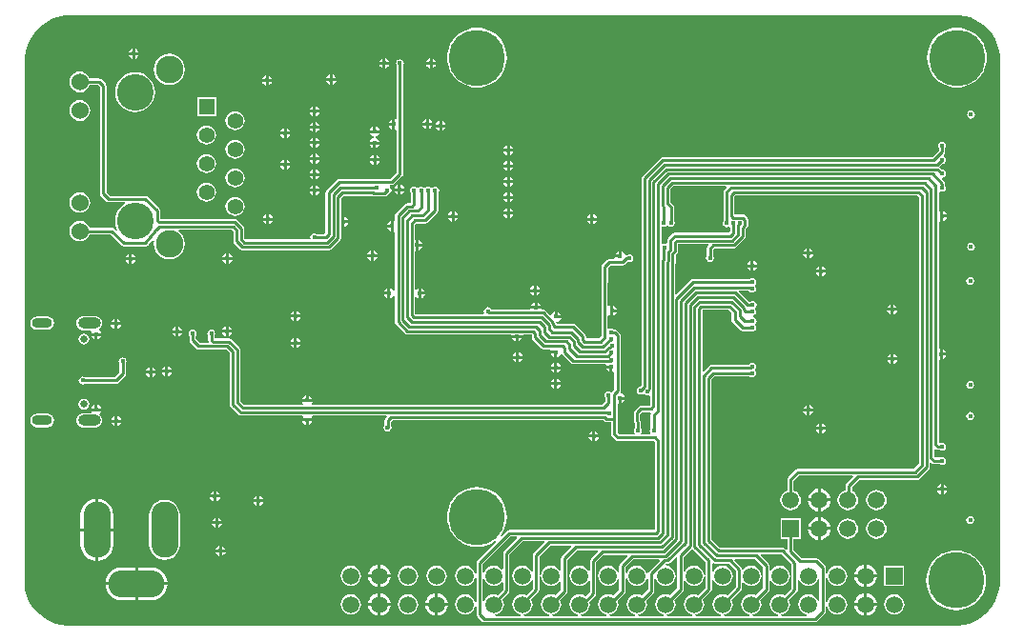
<source format=gbl>
G04*
G04 #@! TF.GenerationSoftware,Altium Limited,Altium Designer,20.0.12 (288)*
G04*
G04 Layer_Physical_Order=2*
G04 Layer_Color=8865052*
%FSLAX44Y44*%
%MOMM*%
G71*
G01*
G75*
%ADD12C,0.2540*%
%ADD78C,0.6500*%
%ADD79O,2.0000X1.0000*%
%ADD80O,1.8000X0.9000*%
%ADD81C,5.0000*%
%ADD82R,1.5000X1.5000*%
%ADD83C,1.5000*%
%ADD84O,5.0000X2.4000*%
%ADD85O,2.4000X5.0000*%
%ADD86R,1.3980X1.3980*%
%ADD87C,1.3980*%
%ADD88C,1.5300*%
%ADD89C,2.4450*%
%ADD90C,3.2500*%
%ADD91C,0.4000*%
G36*
X1428277Y1081836D02*
X1433191Y1080519D01*
X1437892Y1078572D01*
X1442298Y1076028D01*
X1446334Y1072931D01*
X1449932Y1069333D01*
X1453029Y1065297D01*
X1455573Y1060891D01*
X1457520Y1056190D01*
X1458836Y1051276D01*
X1459500Y1046232D01*
X1459500Y1043688D01*
X1459500D01*
X1459500Y1043688D01*
X1459500Y579405D01*
X1459500Y576806D01*
X1458822Y571652D01*
X1457476Y566631D01*
X1455487Y561828D01*
X1452888Y557326D01*
X1449723Y553202D01*
X1446048Y549526D01*
X1441923Y546362D01*
X1437422Y543763D01*
X1432619Y541773D01*
X1427598Y540428D01*
X1422444Y539750D01*
X1419845Y539750D01*
X633273D01*
X630649Y539750D01*
X625448Y540435D01*
X620380Y541792D01*
X615533Y543800D01*
X610989Y546423D01*
X606827Y549617D01*
X603117Y553327D01*
X599924Y557489D01*
X597300Y562033D01*
X595293Y566880D01*
X593935Y571947D01*
X593250Y577149D01*
X593250Y579772D01*
Y1041622D01*
X593366Y1044530D01*
X594363Y1050265D01*
X596109Y1055818D01*
X598573Y1061093D01*
X601712Y1065995D01*
X605471Y1070440D01*
X609784Y1074350D01*
X614575Y1077655D01*
X617168Y1078977D01*
X618807Y1079577D01*
X622138Y1080620D01*
X625516Y1081502D01*
X628931Y1082221D01*
X630654Y1082498D01*
X630654Y1082499D01*
X1420689Y1082500D01*
X1423233Y1082500D01*
X1428277Y1081836D01*
D02*
G37*
%LPC*%
G36*
X691770Y1052626D02*
Y1049520D01*
X694876D01*
X694777Y1050021D01*
X693773Y1051523D01*
X692271Y1052527D01*
X691770Y1052626D01*
D02*
G37*
G36*
X689230D02*
X688729Y1052527D01*
X687227Y1051523D01*
X686223Y1050021D01*
X686124Y1049520D01*
X689230D01*
Y1052626D01*
D02*
G37*
G36*
X694876Y1046980D02*
X691770D01*
Y1043874D01*
X692271Y1043973D01*
X693773Y1044977D01*
X694777Y1046479D01*
X694876Y1046980D01*
D02*
G37*
G36*
X689230D02*
X686124D01*
X686223Y1046479D01*
X687227Y1044977D01*
X688729Y1043973D01*
X689230Y1043874D01*
Y1046980D01*
D02*
G37*
G36*
X955752Y1044126D02*
Y1041020D01*
X958859D01*
X958759Y1041521D01*
X957756Y1043023D01*
X956254Y1044027D01*
X955752Y1044126D01*
D02*
G37*
G36*
X953213D02*
X952711Y1044027D01*
X951209Y1043023D01*
X950206Y1041521D01*
X950106Y1041020D01*
X953213D01*
Y1044126D01*
D02*
G37*
G36*
X914003D02*
Y1041020D01*
X917109D01*
X917009Y1041521D01*
X916006Y1043023D01*
X914504Y1044027D01*
X914003Y1044126D01*
D02*
G37*
G36*
X911462D02*
X910961Y1044027D01*
X909459Y1043023D01*
X908456Y1041521D01*
X908356Y1041020D01*
X911462D01*
Y1044126D01*
D02*
G37*
G36*
X958859Y1038480D02*
X955752D01*
Y1035374D01*
X956254Y1035473D01*
X957756Y1036477D01*
X958759Y1037979D01*
X958859Y1038480D01*
D02*
G37*
G36*
X953213D02*
X950106D01*
X950206Y1037979D01*
X951209Y1036477D01*
X952711Y1035473D01*
X953213Y1035374D01*
Y1038480D01*
D02*
G37*
G36*
X917109D02*
X914003D01*
Y1035374D01*
X914504Y1035473D01*
X916006Y1036477D01*
X917009Y1037979D01*
X917109Y1038480D01*
D02*
G37*
G36*
X911462D02*
X908356D01*
X908456Y1037979D01*
X909459Y1036477D01*
X910961Y1035473D01*
X911462Y1035374D01*
Y1038480D01*
D02*
G37*
G36*
X867002Y1029626D02*
Y1026520D01*
X870109D01*
X870009Y1027021D01*
X869006Y1028523D01*
X867504Y1029527D01*
X867002Y1029626D01*
D02*
G37*
G36*
X864463D02*
X863961Y1029527D01*
X862459Y1028523D01*
X861456Y1027021D01*
X861356Y1026520D01*
X864463D01*
Y1029626D01*
D02*
G37*
G36*
X810002Y1028876D02*
Y1025770D01*
X813109D01*
X813009Y1026272D01*
X812006Y1027773D01*
X810504Y1028777D01*
X810002Y1028876D01*
D02*
G37*
G36*
X807462D02*
X806961Y1028777D01*
X805459Y1027773D01*
X804456Y1026272D01*
X804356Y1025770D01*
X807462D01*
Y1028876D01*
D02*
G37*
G36*
X870109Y1023980D02*
X867002D01*
Y1020874D01*
X867504Y1020973D01*
X869006Y1021977D01*
X870009Y1023479D01*
X870109Y1023980D01*
D02*
G37*
G36*
X864463D02*
X861356D01*
X861456Y1023479D01*
X862459Y1021977D01*
X863961Y1020973D01*
X864463Y1020874D01*
Y1023980D01*
D02*
G37*
G36*
X721976Y1048193D02*
X718393Y1047722D01*
X715054Y1046339D01*
X712187Y1044139D01*
X709987Y1041272D01*
X708604Y1037933D01*
X708132Y1034350D01*
X708604Y1030767D01*
X709987Y1027428D01*
X712187Y1024561D01*
X715054Y1022361D01*
X718393Y1020978D01*
X721976Y1020507D01*
X725559Y1020978D01*
X728897Y1022361D01*
X731765Y1024561D01*
X733964Y1027428D01*
X735347Y1030767D01*
X735819Y1034350D01*
X735347Y1037933D01*
X733964Y1041272D01*
X731765Y1044139D01*
X728897Y1046339D01*
X725559Y1047722D01*
X721976Y1048193D01*
D02*
G37*
G36*
X813109Y1023230D02*
X810002D01*
Y1020124D01*
X810504Y1020223D01*
X812006Y1021227D01*
X813009Y1022729D01*
X813109Y1023230D01*
D02*
G37*
G36*
X807462D02*
X804356D01*
X804456Y1022729D01*
X805459Y1021227D01*
X806961Y1020223D01*
X807462Y1020124D01*
Y1023230D01*
D02*
G37*
G36*
X1421250Y1071332D02*
X1417092Y1071005D01*
X1413036Y1070031D01*
X1409182Y1068435D01*
X1405625Y1066255D01*
X1402454Y1063546D01*
X1399745Y1060375D01*
X1397565Y1056818D01*
X1395969Y1052964D01*
X1394995Y1048908D01*
X1394668Y1044750D01*
X1394995Y1040592D01*
X1395969Y1036536D01*
X1397565Y1032682D01*
X1399745Y1029126D01*
X1402454Y1025954D01*
X1405625Y1023245D01*
X1409182Y1021065D01*
X1413036Y1019469D01*
X1417092Y1018495D01*
X1421250Y1018168D01*
X1425408Y1018495D01*
X1429464Y1019469D01*
X1433318Y1021065D01*
X1436875Y1023245D01*
X1440046Y1025954D01*
X1442755Y1029126D01*
X1444935Y1032682D01*
X1446531Y1036536D01*
X1447505Y1040592D01*
X1447832Y1044750D01*
X1447505Y1048908D01*
X1446531Y1052964D01*
X1444935Y1056818D01*
X1442755Y1060375D01*
X1440046Y1063546D01*
X1436875Y1066255D01*
X1433318Y1068435D01*
X1429464Y1070031D01*
X1425408Y1071005D01*
X1421250Y1071332D01*
D02*
G37*
G36*
X995250D02*
X991092Y1071005D01*
X987036Y1070031D01*
X983182Y1068435D01*
X979625Y1066255D01*
X976454Y1063546D01*
X973745Y1060375D01*
X971565Y1056818D01*
X969969Y1052964D01*
X968995Y1048908D01*
X968668Y1044750D01*
X968995Y1040592D01*
X969969Y1036536D01*
X971565Y1032682D01*
X973745Y1029126D01*
X976454Y1025954D01*
X979625Y1023245D01*
X983182Y1021065D01*
X987036Y1019469D01*
X991092Y1018495D01*
X995250Y1018168D01*
X999408Y1018495D01*
X1003464Y1019469D01*
X1007318Y1021065D01*
X1010874Y1023245D01*
X1014046Y1025954D01*
X1016755Y1029126D01*
X1018935Y1032682D01*
X1020531Y1036536D01*
X1021505Y1040592D01*
X1021832Y1044750D01*
X1021505Y1048908D01*
X1020531Y1052964D01*
X1018935Y1056818D01*
X1016755Y1060375D01*
X1014046Y1063546D01*
X1010874Y1066255D01*
X1007318Y1068435D01*
X1003464Y1070031D01*
X999408Y1071005D01*
X995250Y1071332D01*
D02*
G37*
G36*
X852002Y1001626D02*
Y998520D01*
X855109D01*
X855009Y999021D01*
X854006Y1000523D01*
X852504Y1001527D01*
X852002Y1001626D01*
D02*
G37*
G36*
X849463D02*
X848961Y1001527D01*
X847459Y1000523D01*
X846456Y999021D01*
X846356Y998520D01*
X849463D01*
Y1001626D01*
D02*
G37*
G36*
X691476Y1031886D02*
X687996Y1031543D01*
X684650Y1030528D01*
X681567Y1028880D01*
X678864Y1026662D01*
X676646Y1023959D01*
X674997Y1020875D01*
X673983Y1017530D01*
X673640Y1014050D01*
X673983Y1010570D01*
X674997Y1007225D01*
X676646Y1004141D01*
X678864Y1001438D01*
X681567Y999220D01*
X684650Y997572D01*
X687996Y996557D01*
X691476Y996214D01*
X694955Y996557D01*
X698301Y997572D01*
X701385Y999220D01*
X704088Y1001438D01*
X706306Y1004141D01*
X707954Y1007225D01*
X708969Y1010570D01*
X709312Y1014050D01*
X708969Y1017530D01*
X707954Y1020875D01*
X706306Y1023959D01*
X704088Y1026662D01*
X701385Y1028880D01*
X698301Y1030528D01*
X694955Y1031543D01*
X691476Y1031886D01*
D02*
G37*
G36*
X763466Y1009890D02*
X746486D01*
Y992910D01*
X763466D01*
Y1009890D01*
D02*
G37*
G36*
X855109Y995980D02*
X852002D01*
Y992874D01*
X852504Y992973D01*
X854006Y993977D01*
X855009Y995479D01*
X855109Y995980D01*
D02*
G37*
G36*
X849463D02*
X846356D01*
X846456Y995479D01*
X847459Y993977D01*
X848961Y992973D01*
X849463Y992874D01*
Y995980D01*
D02*
G37*
G36*
X1433860Y997629D02*
X1432494Y997357D01*
X1431337Y996583D01*
X1430563Y995426D01*
X1430291Y994060D01*
X1430563Y992694D01*
X1431337Y991537D01*
X1432494Y990763D01*
X1433860Y990491D01*
X1435226Y990763D01*
X1436383Y991537D01*
X1437157Y992694D01*
X1437429Y994060D01*
X1437157Y995426D01*
X1436383Y996583D01*
X1435226Y997357D01*
X1433860Y997629D01*
D02*
G37*
G36*
X926732Y1043319D02*
X925367Y1043047D01*
X924209Y1042273D01*
X923436Y1041116D01*
X923164Y1039750D01*
X923436Y1038384D01*
X923908Y1037677D01*
Y990595D01*
X922638Y989853D01*
X922520Y989876D01*
Y985500D01*
Y981124D01*
X922638Y981147D01*
X923908Y980405D01*
Y942611D01*
X918411Y937114D01*
X872827D01*
X872827Y937114D01*
X871746Y936899D01*
X870829Y936287D01*
X870829Y936287D01*
X861463Y926920D01*
X860851Y926004D01*
X860636Y924923D01*
X860636Y924923D01*
Y889002D01*
X859708Y888074D01*
X852805D01*
X852098Y888547D01*
X850732Y888819D01*
X849367Y888547D01*
X848209Y887773D01*
X847436Y886616D01*
X847164Y885250D01*
X847298Y884574D01*
X846412Y883304D01*
X789560D01*
X788614Y884250D01*
Y892991D01*
X788399Y894072D01*
X787787Y894988D01*
X787787Y894988D01*
X782028Y900747D01*
X781112Y901359D01*
X780031Y901574D01*
X780031Y901574D01*
X713748D01*
Y908778D01*
X713748Y908778D01*
X713533Y909858D01*
X712921Y910775D01*
X712921Y910775D01*
X702542Y921154D01*
X701625Y921766D01*
X700545Y921981D01*
X700545Y921981D01*
X669013D01*
X666074Y924920D01*
Y1019942D01*
X665859Y1021023D01*
X665247Y1021939D01*
X665247Y1021939D01*
X661689Y1025497D01*
X660773Y1026109D01*
X659692Y1026324D01*
X659692Y1026324D01*
X651065D01*
X650468Y1027765D01*
X649002Y1029676D01*
X647090Y1031143D01*
X644864Y1032065D01*
X642476Y1032379D01*
X640087Y1032065D01*
X637861Y1031143D01*
X635950Y1029676D01*
X634483Y1027765D01*
X633561Y1025539D01*
X633247Y1023150D01*
X633561Y1020761D01*
X634483Y1018536D01*
X635950Y1016624D01*
X637861Y1015157D01*
X640087Y1014236D01*
X642476Y1013921D01*
X644864Y1014236D01*
X647090Y1015157D01*
X649002Y1016624D01*
X650468Y1018536D01*
X651355Y1020676D01*
X658522D01*
X660426Y1018772D01*
Y923750D01*
X660426Y923750D01*
X660641Y922669D01*
X661253Y921753D01*
X665846Y917160D01*
X665846Y917160D01*
X666762Y916548D01*
X667843Y916333D01*
X667843Y916333D01*
X682152D01*
X682470Y915063D01*
X681567Y914580D01*
X678864Y912362D01*
X676646Y909659D01*
X674997Y906575D01*
X673983Y903230D01*
X673640Y899750D01*
X673983Y896270D01*
X674997Y892924D01*
X675723Y891567D01*
X674692Y890802D01*
X672847Y892647D01*
X671931Y893259D01*
X670850Y893474D01*
X670850Y893474D01*
X651210D01*
X650468Y895265D01*
X649002Y897176D01*
X647090Y898643D01*
X644864Y899564D01*
X642476Y899879D01*
X640087Y899564D01*
X637861Y898643D01*
X635950Y897176D01*
X634483Y895265D01*
X633561Y893039D01*
X633247Y890650D01*
X633561Y888261D01*
X634483Y886036D01*
X635950Y884124D01*
X637861Y882657D01*
X640087Y881736D01*
X642476Y881421D01*
X644864Y881736D01*
X647090Y882657D01*
X649002Y884124D01*
X650468Y886036D01*
X651210Y887826D01*
X669680D01*
X679702Y877804D01*
X680618Y877192D01*
X681699Y876977D01*
X681699Y876977D01*
X700967D01*
X702048Y877192D01*
X702964Y877804D01*
X702997Y877771D01*
X702997Y877771D01*
X703846Y878708D01*
X707248Y882462D01*
X708455Y881903D01*
X708132Y879450D01*
X708604Y875867D01*
X709987Y872528D01*
X712187Y869661D01*
X715054Y867461D01*
X718393Y866078D01*
X721976Y865607D01*
X725559Y866078D01*
X728897Y867461D01*
X731765Y869661D01*
X733964Y872528D01*
X735347Y875867D01*
X735819Y879450D01*
X735347Y883033D01*
X733964Y886372D01*
X731765Y889239D01*
X730315Y890351D01*
X730747Y891621D01*
X777453D01*
X778926Y890148D01*
Y881407D01*
X778926Y881407D01*
X779141Y880326D01*
X779753Y879410D01*
X784720Y874443D01*
X784720Y874443D01*
X785636Y873831D01*
X786717Y873616D01*
X863746D01*
X863746Y873616D01*
X864827Y873831D01*
X865744Y874443D01*
X873537Y882236D01*
X873537Y882236D01*
X874149Y883153D01*
X874364Y884233D01*
X874364Y884234D01*
Y893463D01*
X875040Y894018D01*
Y899000D01*
Y903982D01*
X874364Y904537D01*
Y919870D01*
X876420Y921926D01*
X902076D01*
X902361Y921736D01*
X903442Y921521D01*
X903442Y921521D01*
X913127D01*
X913127Y921521D01*
X914208Y921736D01*
X915124Y922348D01*
X916321Y923545D01*
X917116Y923703D01*
X918273Y924477D01*
X919047Y925634D01*
X919319Y927000D01*
X919047Y928366D01*
X918273Y929523D01*
X918031Y931213D01*
X918239Y931466D01*
X919581D01*
X919581Y931466D01*
X920662Y931681D01*
X921578Y932293D01*
X928729Y939444D01*
X928730Y939444D01*
X929342Y940360D01*
X929557Y941441D01*
Y1037677D01*
X930029Y1038384D01*
X930301Y1039750D01*
X930029Y1041116D01*
X929256Y1042273D01*
X928098Y1043047D01*
X926732Y1043319D01*
D02*
G37*
G36*
X642476Y1006979D02*
X640087Y1006665D01*
X637861Y1005742D01*
X635950Y1004276D01*
X634483Y1002365D01*
X633561Y1000139D01*
X633247Y997750D01*
X633561Y995361D01*
X634483Y993136D01*
X635950Y991224D01*
X637861Y989758D01*
X640087Y988836D01*
X642476Y988521D01*
X644864Y988836D01*
X647090Y989758D01*
X649002Y991224D01*
X650468Y993136D01*
X651390Y995361D01*
X651705Y997750D01*
X651390Y1000139D01*
X650468Y1002365D01*
X649002Y1004276D01*
X647090Y1005742D01*
X644864Y1006665D01*
X642476Y1006979D01*
D02*
G37*
G36*
X952520Y990126D02*
Y987020D01*
X955626D01*
X955527Y987521D01*
X954523Y989023D01*
X953021Y990027D01*
X952520Y990126D01*
D02*
G37*
G36*
X949980D02*
X949479Y990027D01*
X947977Y989023D01*
X946973Y987521D01*
X946874Y987020D01*
X949980D01*
Y990126D01*
D02*
G37*
G36*
X919980Y989876D02*
X919479Y989777D01*
X917977Y988773D01*
X916973Y987271D01*
X916874Y986770D01*
X919980D01*
Y989876D01*
D02*
G37*
G36*
X964270Y988376D02*
Y985270D01*
X967376D01*
X967277Y985771D01*
X966273Y987273D01*
X964771Y988277D01*
X964270Y988376D01*
D02*
G37*
G36*
X961730D02*
X961229Y988277D01*
X959727Y987273D01*
X958723Y985771D01*
X958624Y985270D01*
X961730D01*
Y988376D01*
D02*
G37*
G36*
X852002Y987376D02*
Y984270D01*
X855109D01*
X855009Y984771D01*
X854006Y986273D01*
X852504Y987277D01*
X852002Y987376D01*
D02*
G37*
G36*
X849463D02*
X848961Y987277D01*
X847459Y986273D01*
X846456Y984771D01*
X846356Y984270D01*
X849463D01*
Y987376D01*
D02*
G37*
G36*
X955626Y984480D02*
X952520D01*
Y981374D01*
X953021Y981473D01*
X954523Y982477D01*
X955527Y983979D01*
X955626Y984480D01*
D02*
G37*
G36*
X949980D02*
X946874D01*
X946973Y983979D01*
X947977Y982477D01*
X949479Y981473D01*
X949980Y981374D01*
Y984480D01*
D02*
G37*
G36*
X919980Y984230D02*
X916874D01*
X916973Y983729D01*
X917977Y982227D01*
X919479Y981223D01*
X919980Y981124D01*
Y984230D01*
D02*
G37*
G36*
X905520Y983376D02*
Y980270D01*
X908626D01*
X908527Y980771D01*
X907523Y982273D01*
X906021Y983277D01*
X905520Y983376D01*
D02*
G37*
G36*
X902980D02*
X902479Y983277D01*
X900977Y982273D01*
X899973Y980771D01*
X899874Y980270D01*
X902980D01*
Y983376D01*
D02*
G37*
G36*
X780376Y997263D02*
X778159Y996972D01*
X776094Y996116D01*
X774321Y994755D01*
X772960Y992982D01*
X772104Y990916D01*
X771813Y988700D01*
X772104Y986484D01*
X772960Y984418D01*
X774321Y982645D01*
X776094Y981284D01*
X778159Y980428D01*
X780376Y980137D01*
X782592Y980428D01*
X784657Y981284D01*
X786431Y982645D01*
X787792Y984418D01*
X788647Y986484D01*
X788939Y988700D01*
X788647Y990916D01*
X787792Y992982D01*
X786431Y994755D01*
X784657Y996116D01*
X782592Y996972D01*
X780376Y997263D01*
D02*
G37*
G36*
X967376Y982730D02*
X964270D01*
Y979624D01*
X964771Y979723D01*
X966273Y980727D01*
X967277Y982229D01*
X967376Y982730D01*
D02*
G37*
G36*
X961730D02*
X958624D01*
X958723Y982229D01*
X959727Y980727D01*
X961229Y979723D01*
X961730Y979624D01*
Y982730D01*
D02*
G37*
G36*
X826270Y981876D02*
Y978770D01*
X829376D01*
X829277Y979271D01*
X828273Y980773D01*
X826771Y981777D01*
X826270Y981876D01*
D02*
G37*
G36*
X823730D02*
X823229Y981777D01*
X821727Y980773D01*
X820723Y979271D01*
X820624Y978770D01*
X823730D01*
Y981876D01*
D02*
G37*
G36*
X855109Y981730D02*
X852002D01*
Y978624D01*
X852504Y978723D01*
X854006Y979727D01*
X855009Y981229D01*
X855109Y981730D01*
D02*
G37*
G36*
X849463D02*
X846356D01*
X846456Y981229D01*
X847459Y979727D01*
X848961Y978723D01*
X849463Y978624D01*
Y981730D01*
D02*
G37*
G36*
X829376Y976230D02*
X826270D01*
Y973124D01*
X826771Y973223D01*
X828273Y974227D01*
X829277Y975729D01*
X829376Y976230D01*
D02*
G37*
G36*
X823730D02*
X820624D01*
X820723Y975729D01*
X821727Y974227D01*
X823229Y973223D01*
X823730Y973124D01*
Y976230D01*
D02*
G37*
G36*
X852020Y973376D02*
Y970270D01*
X855126D01*
X855027Y970771D01*
X854023Y972273D01*
X852521Y973277D01*
X852020Y973376D01*
D02*
G37*
G36*
X849480D02*
X848979Y973277D01*
X847477Y972273D01*
X846473Y970771D01*
X846374Y970270D01*
X849480D01*
Y973376D01*
D02*
G37*
G36*
X908626Y977730D02*
X899874D01*
X899973Y977229D01*
X900977Y975727D01*
X902479Y974723D01*
X903288Y974563D01*
Y973268D01*
X902176Y973046D01*
X900674Y972043D01*
X899671Y970541D01*
X899571Y970040D01*
X908324D01*
X908224Y970541D01*
X907221Y972043D01*
X905719Y973046D01*
X904910Y973207D01*
Y974502D01*
X906021Y974723D01*
X907523Y975727D01*
X908527Y977229D01*
X908626Y977730D01*
D02*
G37*
G36*
X754976Y984563D02*
X752759Y984271D01*
X750694Y983416D01*
X748921Y982055D01*
X747560Y980282D01*
X746704Y978216D01*
X746413Y976000D01*
X746704Y973784D01*
X747560Y971718D01*
X748921Y969945D01*
X750694Y968584D01*
X752759Y967729D01*
X754976Y967437D01*
X757192Y967729D01*
X759257Y968584D01*
X761031Y969945D01*
X762392Y971718D01*
X763247Y973784D01*
X763539Y976000D01*
X763247Y978216D01*
X762392Y980282D01*
X761031Y982055D01*
X759257Y983416D01*
X757192Y984271D01*
X754976Y984563D01*
D02*
G37*
G36*
X855126Y967730D02*
X852020D01*
Y964624D01*
X852521Y964723D01*
X854023Y965727D01*
X855027Y967229D01*
X855126Y967730D01*
D02*
G37*
G36*
X849480D02*
X846374D01*
X846473Y967229D01*
X847477Y965727D01*
X848979Y964723D01*
X849480Y964624D01*
Y967730D01*
D02*
G37*
G36*
X908324Y967500D02*
X905218D01*
Y964394D01*
X905719Y964493D01*
X907221Y965497D01*
X908224Y966999D01*
X908324Y967500D01*
D02*
G37*
G36*
X902678D02*
X899571D01*
X899671Y966999D01*
X900674Y965497D01*
X902176Y964493D01*
X902678Y964394D01*
Y967500D01*
D02*
G37*
G36*
X1024252Y966626D02*
Y963520D01*
X1027359D01*
X1027259Y964021D01*
X1026256Y965523D01*
X1024754Y966527D01*
X1024252Y966626D01*
D02*
G37*
G36*
X1021712D02*
X1021211Y966527D01*
X1019709Y965523D01*
X1018706Y964021D01*
X1018606Y963520D01*
X1021712D01*
Y966626D01*
D02*
G37*
G36*
X1027359Y960980D02*
X1024252D01*
Y957874D01*
X1024754Y957973D01*
X1026256Y958977D01*
X1027259Y960479D01*
X1027359Y960980D01*
D02*
G37*
G36*
X1021712D02*
X1018606D01*
X1018706Y960479D01*
X1019709Y958977D01*
X1021211Y957973D01*
X1021712Y957874D01*
Y960980D01*
D02*
G37*
G36*
X852020Y959376D02*
Y956270D01*
X855126D01*
X855027Y956771D01*
X854023Y958273D01*
X852521Y959277D01*
X852020Y959376D01*
D02*
G37*
G36*
X849480D02*
X848979Y959277D01*
X847477Y958273D01*
X846473Y956771D01*
X846374Y956270D01*
X849480D01*
Y959376D01*
D02*
G37*
G36*
X905770Y958126D02*
Y955020D01*
X908876D01*
X908777Y955521D01*
X907773Y957023D01*
X906271Y958027D01*
X905770Y958126D01*
D02*
G37*
G36*
X903230D02*
X902729Y958027D01*
X901227Y957023D01*
X900223Y955521D01*
X900124Y955020D01*
X903230D01*
Y958126D01*
D02*
G37*
G36*
X780376Y971863D02*
X778159Y971572D01*
X776094Y970716D01*
X774321Y969355D01*
X772960Y967582D01*
X772104Y965516D01*
X771813Y963300D01*
X772104Y961084D01*
X772960Y959018D01*
X774321Y957245D01*
X776094Y955884D01*
X778159Y955029D01*
X780376Y954737D01*
X782592Y955029D01*
X784657Y955884D01*
X786431Y957245D01*
X787792Y959018D01*
X788647Y961084D01*
X788939Y963300D01*
X788647Y965516D01*
X787792Y967582D01*
X786431Y969355D01*
X784657Y970716D01*
X782592Y971572D01*
X780376Y971863D01*
D02*
G37*
G36*
X826270Y954126D02*
Y951020D01*
X829376D01*
X829277Y951521D01*
X828273Y953023D01*
X826771Y954027D01*
X826270Y954126D01*
D02*
G37*
G36*
X823730D02*
X823229Y954027D01*
X821727Y953023D01*
X820723Y951521D01*
X820624Y951020D01*
X823730D01*
Y954126D01*
D02*
G37*
G36*
X855126Y953730D02*
X852020D01*
Y950624D01*
X852521Y950723D01*
X854023Y951727D01*
X855027Y953229D01*
X855126Y953730D01*
D02*
G37*
G36*
X849480D02*
X846374D01*
X846473Y953229D01*
X847477Y951727D01*
X848979Y950723D01*
X849480Y950624D01*
Y953730D01*
D02*
G37*
G36*
X1024252Y952876D02*
Y949770D01*
X1027359D01*
X1027259Y950271D01*
X1026256Y951773D01*
X1024754Y952777D01*
X1024252Y952876D01*
D02*
G37*
G36*
X1021712D02*
X1021211Y952777D01*
X1019709Y951773D01*
X1018706Y950271D01*
X1018606Y949770D01*
X1021712D01*
Y952876D01*
D02*
G37*
G36*
X908876Y952480D02*
X905770D01*
Y949374D01*
X906271Y949473D01*
X907773Y950477D01*
X908777Y951979D01*
X908876Y952480D01*
D02*
G37*
G36*
X903230D02*
X900124D01*
X900223Y951979D01*
X901227Y950477D01*
X902729Y949473D01*
X903230Y949374D01*
Y952480D01*
D02*
G37*
G36*
X829376Y948480D02*
X826270D01*
Y945374D01*
X826771Y945473D01*
X828273Y946477D01*
X829277Y947979D01*
X829376Y948480D01*
D02*
G37*
G36*
X823730D02*
X820624D01*
X820723Y947979D01*
X821727Y946477D01*
X823229Y945473D01*
X823730Y945374D01*
Y948480D01*
D02*
G37*
G36*
X1027359Y947230D02*
X1024252D01*
Y944124D01*
X1024754Y944223D01*
X1026256Y945227D01*
X1027259Y946729D01*
X1027359Y947230D01*
D02*
G37*
G36*
X1021712D02*
X1018606D01*
X1018706Y946729D01*
X1019709Y945227D01*
X1021211Y944223D01*
X1021712Y944124D01*
Y947230D01*
D02*
G37*
G36*
X852002Y945376D02*
Y942270D01*
X855109D01*
X855009Y942771D01*
X854006Y944273D01*
X852504Y945277D01*
X852002Y945376D01*
D02*
G37*
G36*
X849463D02*
X848961Y945277D01*
X847459Y944273D01*
X846456Y942771D01*
X846356Y942270D01*
X849463D01*
Y945376D01*
D02*
G37*
G36*
X754976Y959163D02*
X752759Y958872D01*
X750694Y958016D01*
X748921Y956655D01*
X747560Y954882D01*
X746704Y952816D01*
X746413Y950600D01*
X746704Y948384D01*
X747560Y946318D01*
X748921Y944545D01*
X750694Y943184D01*
X752759Y942328D01*
X754976Y942037D01*
X757192Y942328D01*
X759257Y943184D01*
X761031Y944545D01*
X762392Y946318D01*
X763247Y948384D01*
X763539Y950600D01*
X763247Y952816D01*
X762392Y954882D01*
X761031Y956655D01*
X759257Y958016D01*
X757192Y958872D01*
X754976Y959163D01*
D02*
G37*
G36*
X855109Y939730D02*
X852002D01*
Y936624D01*
X852504Y936723D01*
X854006Y937727D01*
X855009Y939229D01*
X855109Y939730D01*
D02*
G37*
G36*
X849463D02*
X846356D01*
X846456Y939229D01*
X847459Y937727D01*
X848961Y936723D01*
X849463Y936624D01*
Y939730D01*
D02*
G37*
G36*
X1024252Y938876D02*
Y935770D01*
X1027359D01*
X1027259Y936271D01*
X1026256Y937773D01*
X1024754Y938777D01*
X1024252Y938876D01*
D02*
G37*
G36*
X1021712D02*
X1021211Y938777D01*
X1019709Y937773D01*
X1018706Y936271D01*
X1018606Y935770D01*
X1021712D01*
Y938876D01*
D02*
G37*
G36*
X1027359Y933230D02*
X1024252D01*
Y930124D01*
X1024754Y930223D01*
X1026256Y931227D01*
X1027259Y932729D01*
X1027359Y933230D01*
D02*
G37*
G36*
X1021712D02*
X1018606D01*
X1018706Y932729D01*
X1019709Y931227D01*
X1021211Y930223D01*
X1021712Y930124D01*
Y933230D01*
D02*
G37*
G36*
X780376Y946463D02*
X778159Y946171D01*
X776094Y945316D01*
X774321Y943955D01*
X772960Y942182D01*
X772104Y940116D01*
X771813Y937900D01*
X772104Y935684D01*
X772960Y933618D01*
X774321Y931845D01*
X776094Y930484D01*
X778159Y929629D01*
X780376Y929337D01*
X782592Y929629D01*
X784657Y930484D01*
X786431Y931845D01*
X787792Y933618D01*
X788647Y935684D01*
X788939Y937900D01*
X788647Y940116D01*
X787792Y942182D01*
X786431Y943955D01*
X784657Y945316D01*
X782592Y946171D01*
X780376Y946463D01*
D02*
G37*
G36*
X927520Y931626D02*
Y928520D01*
X930626D01*
X930527Y929021D01*
X929523Y930523D01*
X928021Y931527D01*
X927520Y931626D01*
D02*
G37*
G36*
X924980D02*
X924479Y931527D01*
X922977Y930523D01*
X921973Y929021D01*
X921874Y928520D01*
X924980D01*
Y931626D01*
D02*
G37*
G36*
X852002Y931376D02*
Y928270D01*
X855109D01*
X855009Y928771D01*
X854006Y930273D01*
X852504Y931277D01*
X852002Y931376D01*
D02*
G37*
G36*
X849463D02*
X848961Y931277D01*
X847459Y930273D01*
X846456Y928771D01*
X846356Y928270D01*
X849463D01*
Y931376D01*
D02*
G37*
G36*
X930626Y925980D02*
X927520D01*
Y922874D01*
X928021Y922973D01*
X929523Y923977D01*
X930527Y925479D01*
X930626Y925980D01*
D02*
G37*
G36*
X924980D02*
X921874D01*
X921973Y925479D01*
X922977Y923977D01*
X924479Y922973D01*
X924980Y922874D01*
Y925980D01*
D02*
G37*
G36*
X855109Y925730D02*
X852002D01*
Y922624D01*
X852504Y922723D01*
X854006Y923727D01*
X855009Y925229D01*
X855109Y925730D01*
D02*
G37*
G36*
X849463D02*
X846356D01*
X846456Y925229D01*
X847459Y923727D01*
X848961Y922723D01*
X849463Y922624D01*
Y925730D01*
D02*
G37*
G36*
X1024252Y924876D02*
Y921770D01*
X1027359D01*
X1027259Y922271D01*
X1026256Y923773D01*
X1024754Y924777D01*
X1024252Y924876D01*
D02*
G37*
G36*
X1021712D02*
X1021211Y924777D01*
X1019709Y923773D01*
X1018706Y922271D01*
X1018606Y921770D01*
X1021712D01*
Y924876D01*
D02*
G37*
G36*
X754976Y933763D02*
X752759Y933472D01*
X750694Y932616D01*
X748921Y931255D01*
X747560Y929482D01*
X746704Y927416D01*
X746413Y925200D01*
X746704Y922984D01*
X747560Y920918D01*
X748921Y919145D01*
X750694Y917784D01*
X752759Y916928D01*
X754976Y916637D01*
X757192Y916928D01*
X759257Y917784D01*
X761031Y919145D01*
X762392Y920918D01*
X763247Y922984D01*
X763539Y925200D01*
X763247Y927416D01*
X762392Y929482D01*
X761031Y931255D01*
X759257Y932616D01*
X757192Y933472D01*
X754976Y933763D01*
D02*
G37*
G36*
X1027359Y919230D02*
X1024252D01*
Y916124D01*
X1024754Y916223D01*
X1026256Y917227D01*
X1027259Y918729D01*
X1027359Y919230D01*
D02*
G37*
G36*
X1021712D02*
X1018606D01*
X1018706Y918729D01*
X1019709Y917227D01*
X1021211Y916223D01*
X1021712Y916124D01*
Y919230D01*
D02*
G37*
G36*
X1024252Y910876D02*
Y907770D01*
X1027359D01*
X1027259Y908271D01*
X1026256Y909773D01*
X1024754Y910777D01*
X1024252Y910876D01*
D02*
G37*
G36*
X1021712D02*
X1021211Y910777D01*
X1019709Y909773D01*
X1018706Y908271D01*
X1018606Y907770D01*
X1021712D01*
Y910876D01*
D02*
G37*
G36*
X642476Y925279D02*
X640087Y924964D01*
X637861Y924043D01*
X635950Y922576D01*
X634483Y920665D01*
X633561Y918439D01*
X633247Y916050D01*
X633561Y913661D01*
X634483Y911435D01*
X635950Y909524D01*
X637861Y908057D01*
X640087Y907135D01*
X642476Y906821D01*
X644864Y907135D01*
X647090Y908057D01*
X649002Y909524D01*
X650468Y911435D01*
X651390Y913661D01*
X651705Y916050D01*
X651390Y918439D01*
X650468Y920665D01*
X649002Y922576D01*
X647090Y924043D01*
X644864Y924964D01*
X642476Y925279D01*
D02*
G37*
G36*
X1409330Y908436D02*
Y905330D01*
X1412436D01*
X1412337Y905831D01*
X1411333Y907333D01*
X1409831Y908337D01*
X1409330Y908436D01*
D02*
G37*
G36*
X975270Y907876D02*
Y904770D01*
X978376D01*
X978277Y905271D01*
X977273Y906773D01*
X975771Y907777D01*
X975270Y907876D01*
D02*
G37*
G36*
X972730D02*
X972229Y907777D01*
X970727Y906773D01*
X969723Y905271D01*
X969624Y904770D01*
X972730D01*
Y907876D01*
D02*
G37*
G36*
X780376Y921063D02*
X778159Y920771D01*
X776094Y919916D01*
X774321Y918555D01*
X772960Y916782D01*
X772104Y914716D01*
X771813Y912500D01*
X772104Y910284D01*
X772960Y908218D01*
X774321Y906445D01*
X776094Y905084D01*
X778159Y904229D01*
X780376Y903937D01*
X782592Y904229D01*
X784657Y905084D01*
X786431Y906445D01*
X787792Y908218D01*
X788647Y910284D01*
X788939Y912500D01*
X788647Y914716D01*
X787792Y916782D01*
X786431Y918555D01*
X784657Y919916D01*
X782592Y920771D01*
X780376Y921063D01*
D02*
G37*
G36*
X810752Y905376D02*
Y902270D01*
X813859D01*
X813759Y902771D01*
X812756Y904273D01*
X811254Y905277D01*
X810752Y905376D01*
D02*
G37*
G36*
X808213D02*
X807711Y905277D01*
X806209Y904273D01*
X805206Y902771D01*
X805106Y902270D01*
X808213D01*
Y905376D01*
D02*
G37*
G36*
X1098520Y905376D02*
Y902270D01*
X1101626D01*
X1101527Y902771D01*
X1100523Y904273D01*
X1099021Y905277D01*
X1098520Y905376D01*
D02*
G37*
G36*
X1095980D02*
X1095479Y905277D01*
X1093977Y904273D01*
X1092973Y902771D01*
X1092874Y902270D01*
X1095980D01*
Y905376D01*
D02*
G37*
G36*
X1027359Y905230D02*
X1024252D01*
Y902124D01*
X1024754Y902223D01*
X1026256Y903227D01*
X1027259Y904729D01*
X1027359Y905230D01*
D02*
G37*
G36*
X1021712D02*
X1018606D01*
X1018706Y904729D01*
X1019709Y903227D01*
X1021211Y902223D01*
X1021712Y902124D01*
Y905230D01*
D02*
G37*
G36*
X877580Y903376D02*
Y900270D01*
X880686D01*
X880587Y900771D01*
X879583Y902273D01*
X878081Y903277D01*
X877580Y903376D01*
D02*
G37*
G36*
X1412436Y902790D02*
X1409330D01*
Y899684D01*
X1409831Y899783D01*
X1411333Y900787D01*
X1412337Y902289D01*
X1412436Y902790D01*
D02*
G37*
G36*
X978376Y902230D02*
X975270D01*
Y899124D01*
X975771Y899223D01*
X977273Y900227D01*
X978277Y901729D01*
X978376Y902230D01*
D02*
G37*
G36*
X972730D02*
X969624D01*
X969723Y901729D01*
X970727Y900227D01*
X972229Y899223D01*
X972730Y899124D01*
Y902230D01*
D02*
G37*
G36*
X1408060Y970129D02*
X1406694Y969857D01*
X1405537Y969083D01*
X1404763Y967926D01*
X1404491Y966560D01*
X1404763Y965194D01*
X1405236Y964487D01*
Y962230D01*
X1399580Y956574D01*
X1160333D01*
X1159252Y956359D01*
X1158336Y955747D01*
X1141857Y939268D01*
X1141244Y938352D01*
X1141029Y937271D01*
X1141029Y937271D01*
Y753671D01*
X1140767Y753278D01*
X1139543Y752055D01*
X1139202Y751987D01*
X1138044Y751213D01*
X1137271Y750055D01*
X1136999Y748690D01*
X1137271Y747324D01*
X1138044Y746166D01*
X1139202Y745393D01*
X1140568Y745121D01*
X1141933Y745393D01*
X1143091Y746166D01*
X1143999D01*
X1144316Y745692D01*
X1145474Y744919D01*
X1146839Y744647D01*
X1147839Y744846D01*
X1149109Y744112D01*
Y736076D01*
X1148357Y735324D01*
X1140750D01*
X1140750Y735324D01*
X1139669Y735109D01*
X1138753Y734497D01*
X1138753Y734497D01*
X1135253Y730997D01*
X1134641Y730081D01*
X1134426Y729000D01*
X1134426Y729000D01*
Y721695D01*
X1134426Y721695D01*
X1134641Y720614D01*
X1135131Y719881D01*
Y715363D01*
X1134658Y714656D01*
X1134386Y713290D01*
X1134658Y711924D01*
X1135213Y711094D01*
X1134798Y710002D01*
X1134650Y709824D01*
X1121693D01*
X1120074Y711443D01*
Y723449D01*
Y736582D01*
X1120980Y737273D01*
Y742000D01*
X1122250D01*
Y743270D01*
X1126626D01*
X1126527Y743771D01*
X1125523Y745273D01*
X1124021Y746277D01*
X1123473Y746386D01*
X1123429Y746417D01*
X1123120Y746869D01*
X1122753Y747824D01*
X1122903Y748579D01*
Y797923D01*
X1122903Y797923D01*
X1122688Y799004D01*
X1122076Y799920D01*
X1119499Y802497D01*
X1118583Y803109D01*
X1117502Y803324D01*
X1117502Y803324D01*
X1116323D01*
X1115616Y803797D01*
X1114250Y804069D01*
X1112884Y803797D01*
X1112594Y803603D01*
X1111324Y804282D01*
Y815051D01*
X1112594Y815730D01*
X1112979Y815473D01*
X1113480Y815374D01*
Y819750D01*
Y824126D01*
X1112979Y824027D01*
X1112594Y823770D01*
X1111324Y824449D01*
Y844117D01*
X1111359Y844169D01*
X1111574Y845250D01*
Y858080D01*
X1113670Y860176D01*
X1124750D01*
X1124750Y860176D01*
X1125831Y860391D01*
X1126747Y861003D01*
X1129022Y863278D01*
X1129134Y863203D01*
X1130500Y862931D01*
X1131866Y863203D01*
X1133023Y863977D01*
X1133797Y865134D01*
X1134069Y866500D01*
X1133797Y867866D01*
X1133023Y869023D01*
X1131866Y869797D01*
X1130500Y870069D01*
X1129134Y869797D01*
X1128427Y869324D01*
X1128250D01*
X1128250Y869324D01*
X1127971Y869269D01*
X1126527Y870022D01*
X1125523Y871523D01*
X1124021Y872527D01*
X1123520Y872626D01*
Y868250D01*
X1122250D01*
Y866980D01*
X1117774D01*
X1116999Y865824D01*
X1112500D01*
X1112500Y865824D01*
X1111419Y865609D01*
X1110503Y864997D01*
X1110503Y864997D01*
X1106753Y861247D01*
X1106141Y860331D01*
X1105926Y859250D01*
X1105926Y859250D01*
Y846133D01*
X1105891Y846081D01*
X1105676Y845000D01*
X1105676Y845000D01*
Y797170D01*
X1103580Y795074D01*
X1091888D01*
Y797227D01*
X1091888Y797227D01*
X1091673Y798307D01*
X1091060Y799224D01*
X1082840Y807445D01*
X1081923Y808057D01*
X1080842Y808272D01*
X1080842Y808272D01*
X1065734D01*
Y809052D01*
X1065569Y809885D01*
X1067271Y810223D01*
X1068773Y811227D01*
X1069777Y812729D01*
X1069876Y813230D01*
X1065500D01*
Y814500D01*
X1064230D01*
Y818876D01*
X1063729Y818777D01*
X1062227Y817773D01*
X1061327Y816426D01*
X1060345Y816005D01*
X1060043Y815913D01*
X1055979Y819977D01*
X1055063Y820589D01*
X1053982Y820804D01*
X1053982Y820804D01*
X1053037D01*
X1052482Y821480D01*
X1042518D01*
X1041963Y820804D01*
X1008059D01*
X1008047Y820866D01*
X1007273Y822023D01*
X1006116Y822797D01*
X1004750Y823069D01*
X1003384Y822797D01*
X1002227Y822023D01*
X1001453Y820866D01*
X1001181Y819500D01*
X1001453Y818134D01*
X1001520Y818034D01*
X1000841Y816764D01*
X940547D01*
X940037Y817275D01*
Y831472D01*
X940882Y831831D01*
X941307Y831923D01*
X942729Y830973D01*
X943230Y830874D01*
Y835250D01*
Y839626D01*
X942729Y839527D01*
X941307Y838577D01*
X940882Y838669D01*
X940037Y839028D01*
Y872463D01*
X940713Y873018D01*
Y878000D01*
Y882982D01*
X940037Y883537D01*
Y896194D01*
X941268Y897426D01*
X949500D01*
X949500Y897426D01*
X950581Y897641D01*
X951497Y898253D01*
X959997Y906753D01*
X960609Y907669D01*
X960824Y908750D01*
X960824Y908750D01*
Y924677D01*
X961297Y925384D01*
X961569Y926750D01*
X961297Y928116D01*
X960523Y929273D01*
X959366Y930047D01*
X958000Y930319D01*
X956634Y930047D01*
X955701Y929423D01*
X954875Y929327D01*
X954049Y929423D01*
X953116Y930047D01*
X951750Y930319D01*
X950384Y930047D01*
X949227Y929273D01*
X947830Y929469D01*
X946924Y930074D01*
X945558Y930346D01*
X944193Y930074D01*
X943206Y929415D01*
X942562Y929273D01*
X941773D01*
X940616Y930047D01*
X939250Y930319D01*
X937884Y930047D01*
X936727Y929273D01*
X935953Y928116D01*
X935681Y926750D01*
X935953Y925384D01*
X936426Y924677D01*
Y915739D01*
X936011Y915324D01*
X933170D01*
X932089Y915109D01*
X931173Y914497D01*
X931173Y914497D01*
X923095Y906419D01*
X922483Y905503D01*
X922268Y904422D01*
X922268Y904422D01*
Y900344D01*
X921253Y899611D01*
Y895000D01*
Y890389D01*
X922268Y889656D01*
Y837275D01*
X921114Y837039D01*
X920998Y837064D01*
X920023Y838523D01*
X918521Y839527D01*
X918020Y839626D01*
Y835250D01*
Y830874D01*
X918521Y830973D01*
X920023Y831977D01*
X920998Y833436D01*
X921114Y833461D01*
X922268Y833225D01*
Y809908D01*
X922268Y809908D01*
X922483Y808827D01*
X923095Y807911D01*
X931373Y799633D01*
X931373Y799633D01*
X932289Y799021D01*
X933370Y798806D01*
X1024993D01*
X1025548Y798130D01*
X1035512D01*
X1036067Y798806D01*
X1043915D01*
X1043926Y798795D01*
Y795981D01*
X1043926Y795981D01*
X1044141Y794900D01*
X1044753Y793984D01*
X1052371Y786366D01*
X1052371Y786366D01*
X1053287Y785754D01*
X1054368Y785539D01*
X1059825D01*
X1060623Y784270D01*
X1065000D01*
Y783000D01*
X1066270D01*
Y778624D01*
X1066771Y778723D01*
X1068273Y779727D01*
X1069277Y781229D01*
X1070619Y781467D01*
X1070906Y781037D01*
X1078560Y773383D01*
X1079476Y772771D01*
X1080557Y772556D01*
X1080557Y772556D01*
X1109253D01*
X1109927Y771286D01*
X1109874Y771020D01*
X1114250D01*
Y769750D01*
X1115520D01*
Y765374D01*
X1115985Y765466D01*
X1116213Y765501D01*
X1117255Y764788D01*
Y749749D01*
X1115523Y748017D01*
X1114523Y747273D01*
X1113366Y748047D01*
X1112000Y748319D01*
X1110634Y748047D01*
X1109477Y747273D01*
X1108703Y746116D01*
X1108431Y744750D01*
X1108703Y743384D01*
X1109176Y742677D01*
Y739170D01*
X1106134Y736128D01*
X848901D01*
X848222Y737398D01*
X848777Y738229D01*
X848876Y738730D01*
X840124D01*
X840223Y738229D01*
X840778Y737398D01*
X840099Y736128D01*
X788314D01*
X785069Y739374D01*
Y785154D01*
X784854Y786235D01*
X784241Y787151D01*
X777067Y794325D01*
X776151Y794937D01*
X775070Y795152D01*
X775070Y795152D01*
X762024D01*
Y797427D01*
X762497Y798134D01*
X762769Y799500D01*
X762497Y800866D01*
X761723Y802023D01*
X760566Y802797D01*
X759200Y803068D01*
X757834Y802797D01*
X756677Y802023D01*
X755903Y800866D01*
X755631Y799500D01*
X755903Y798134D01*
X756376Y797427D01*
Y793816D01*
X756376Y793816D01*
X756591Y792735D01*
X756852Y792344D01*
X756205Y791074D01*
X749170D01*
X745574Y794670D01*
Y797427D01*
X746047Y798134D01*
X746319Y799500D01*
X746047Y800866D01*
X745273Y802023D01*
X744116Y802797D01*
X742750Y803068D01*
X741384Y802797D01*
X740227Y802023D01*
X739453Y800866D01*
X739181Y799500D01*
X739453Y798134D01*
X739926Y797427D01*
Y793500D01*
X739926Y793500D01*
X740141Y792419D01*
X740753Y791503D01*
X746003Y786253D01*
X746003Y786253D01*
X746919Y785641D01*
X748000Y785426D01*
X772265D01*
X775380Y782310D01*
Y736531D01*
X775380Y736531D01*
X775595Y735450D01*
X776207Y734533D01*
X783474Y727267D01*
X783474Y727267D01*
X784390Y726655D01*
X785471Y726440D01*
X839787D01*
X840466Y725170D01*
X840153Y724701D01*
X840054Y724200D01*
X848806D01*
X848707Y724701D01*
X848394Y725170D01*
X849072Y726440D01*
X914426D01*
X914912Y725266D01*
X913962Y724317D01*
X913350Y723400D01*
X913135Y722320D01*
X913135Y722319D01*
Y718421D01*
X912383Y717296D01*
X912111Y715930D01*
X912383Y714564D01*
X913157Y713407D01*
X914314Y712633D01*
X915680Y712361D01*
X917046Y712633D01*
X918203Y713407D01*
X918977Y714564D01*
X919249Y715930D01*
X918977Y717296D01*
X918784Y717585D01*
Y721150D01*
X920033Y722400D01*
X1107490D01*
X1108438Y721452D01*
X1108438Y721452D01*
X1109354Y720840D01*
X1110435Y720625D01*
X1110435Y720625D01*
X1114426D01*
Y710274D01*
X1114426Y710273D01*
X1114641Y709193D01*
X1115253Y708276D01*
X1118526Y705003D01*
X1119443Y704391D01*
X1120523Y704176D01*
X1120524Y704176D01*
X1151741D01*
X1153014Y702903D01*
Y624847D01*
X1023773D01*
X1022692Y624632D01*
X1021776Y624020D01*
X1021775Y624020D01*
X1017220Y619464D01*
X1016286Y620327D01*
X1016755Y620876D01*
X1018935Y624432D01*
X1020531Y628286D01*
X1021505Y632342D01*
X1021832Y636500D01*
X1021505Y640658D01*
X1020531Y644714D01*
X1018935Y648568D01*
X1016755Y652124D01*
X1014046Y655296D01*
X1010874Y658005D01*
X1007318Y660185D01*
X1003464Y661781D01*
X999408Y662755D01*
X995250Y663082D01*
X991092Y662755D01*
X987036Y661781D01*
X983182Y660185D01*
X979625Y658005D01*
X976454Y655296D01*
X973745Y652124D01*
X971565Y648568D01*
X969969Y644714D01*
X968995Y640658D01*
X968668Y636500D01*
X968995Y632342D01*
X969969Y628286D01*
X971565Y624432D01*
X973745Y620876D01*
X976454Y617704D01*
X979625Y614995D01*
X983182Y612815D01*
X987036Y611219D01*
X991092Y610245D01*
X995250Y609918D01*
X999408Y610245D01*
X1003464Y611219D01*
X1007318Y612815D01*
X1010874Y614995D01*
X1011423Y615463D01*
X1012286Y614530D01*
X995503Y597747D01*
X994891Y596831D01*
X994676Y595750D01*
X994676Y595750D01*
Y586668D01*
X993418Y586499D01*
X992512Y588689D01*
X991069Y590569D01*
X989189Y592011D01*
X987000Y592918D01*
X984650Y593228D01*
X982300Y592918D01*
X980111Y592011D01*
X978231Y590569D01*
X976788Y588689D01*
X975882Y586499D01*
X975572Y584150D01*
X975882Y581800D01*
X976788Y579611D01*
X978231Y577731D01*
X980111Y576288D01*
X982300Y575382D01*
X984650Y575072D01*
X987000Y575382D01*
X989189Y576288D01*
X991069Y577731D01*
X992512Y579611D01*
X993418Y581800D01*
X994676Y581632D01*
Y561268D01*
X993418Y561100D01*
X992512Y563289D01*
X991069Y565169D01*
X989189Y566611D01*
X987000Y567518D01*
X984650Y567828D01*
X982300Y567518D01*
X980111Y566611D01*
X978231Y565169D01*
X976788Y563289D01*
X975882Y561100D01*
X975572Y558750D01*
X975882Y556400D01*
X976788Y554211D01*
X978231Y552331D01*
X980111Y550888D01*
X982300Y549982D01*
X984650Y549672D01*
X987000Y549982D01*
X989189Y550888D01*
X991069Y552331D01*
X992512Y554211D01*
X993418Y556400D01*
X994676Y556232D01*
Y549750D01*
X994676Y549750D01*
X994891Y548669D01*
X995503Y547753D01*
X999503Y543753D01*
X999503Y543753D01*
X1000419Y543141D01*
X1001500Y542926D01*
X1001500Y542926D01*
X1295250D01*
X1295250Y542926D01*
X1296331Y543141D01*
X1297247Y543753D01*
X1303997Y550503D01*
X1304609Y551419D01*
X1304824Y552500D01*
X1304824Y552500D01*
Y556232D01*
X1306082Y556400D01*
X1306989Y554211D01*
X1308431Y552331D01*
X1310311Y550888D01*
X1312500Y549982D01*
X1314850Y549672D01*
X1317200Y549982D01*
X1319389Y550888D01*
X1321269Y552331D01*
X1322711Y554211D01*
X1323618Y556400D01*
X1323928Y558750D01*
X1323618Y561100D01*
X1322711Y563289D01*
X1321269Y565169D01*
X1319389Y566611D01*
X1317200Y567518D01*
X1314850Y567828D01*
X1312500Y567518D01*
X1310311Y566611D01*
X1308431Y565169D01*
X1306989Y563289D01*
X1306082Y561100D01*
X1304824Y561268D01*
Y581632D01*
X1306082Y581800D01*
X1306989Y579611D01*
X1308431Y577731D01*
X1310311Y576288D01*
X1312500Y575382D01*
X1314850Y575072D01*
X1317200Y575382D01*
X1319389Y576288D01*
X1321269Y577731D01*
X1322711Y579611D01*
X1323618Y581800D01*
X1323928Y584150D01*
X1323618Y586499D01*
X1322711Y588689D01*
X1321269Y590569D01*
X1319389Y592011D01*
X1317200Y592918D01*
X1314850Y593228D01*
X1312500Y592918D01*
X1310311Y592011D01*
X1308431Y590569D01*
X1306989Y588689D01*
X1306082Y586499D01*
X1304824Y586668D01*
Y591500D01*
X1304609Y592581D01*
X1303997Y593497D01*
X1303997Y593497D01*
X1298247Y599247D01*
X1297331Y599859D01*
X1296250Y600074D01*
X1296250Y600074D01*
X1283442D01*
X1276424Y607092D01*
Y617100D01*
X1282600D01*
Y635100D01*
X1264600D01*
Y617100D01*
X1270776D01*
Y607878D01*
X1269602Y607392D01*
X1268720Y608274D01*
X1267804Y608886D01*
X1266723Y609101D01*
X1266723Y609101D01*
X1210789D01*
X1203324Y616566D01*
Y759087D01*
X1205890Y761653D01*
X1237006D01*
X1237978Y761004D01*
X1239343Y760732D01*
X1240709Y761004D01*
X1241867Y761777D01*
X1242640Y762935D01*
X1242912Y764301D01*
X1242640Y765666D01*
X1242319Y766147D01*
X1242066Y767285D01*
X1242379Y768009D01*
X1242797Y768634D01*
X1243069Y770000D01*
X1242797Y771366D01*
X1242023Y772523D01*
X1240866Y773297D01*
X1239500Y773569D01*
X1238134Y773297D01*
X1236977Y772523D01*
X1236506Y771819D01*
X1203524D01*
X1202443Y771604D01*
X1201527Y770991D01*
X1196418Y765882D01*
X1195244Y766368D01*
Y820676D01*
X1218367D01*
X1221176Y817867D01*
Y811500D01*
X1221176Y811500D01*
X1221391Y810419D01*
X1222003Y809503D01*
X1229003Y802503D01*
X1229003Y802503D01*
X1229919Y801891D01*
X1231000Y801676D01*
X1231000Y801676D01*
X1237427D01*
X1238134Y801203D01*
X1239500Y800931D01*
X1240866Y801203D01*
X1242023Y801977D01*
X1242797Y803134D01*
X1243069Y804500D01*
X1242797Y805866D01*
X1242023Y807023D01*
Y807701D01*
X1242516Y808031D01*
X1243290Y809188D01*
X1243561Y810554D01*
X1243290Y811920D01*
X1242516Y813077D01*
X1241359Y813851D01*
X1240423Y814037D01*
X1240340Y814054D01*
Y815348D01*
X1240379Y815356D01*
X1240866Y815453D01*
X1242023Y816227D01*
X1242797Y817384D01*
X1243069Y818750D01*
X1242797Y820116D01*
X1242192Y821021D01*
X1242023Y821273D01*
X1242383Y822560D01*
X1242415Y822581D01*
X1243188Y823739D01*
X1243460Y825105D01*
X1243188Y826470D01*
X1242415Y827628D01*
X1241257Y828401D01*
X1239891Y828673D01*
X1238526Y828401D01*
X1237818Y827929D01*
X1236315D01*
X1227670Y836575D01*
X1228156Y837748D01*
X1236294D01*
X1236977Y836727D01*
X1238134Y835953D01*
X1239500Y835681D01*
X1240866Y835953D01*
X1242023Y836727D01*
X1242797Y837884D01*
X1243069Y839250D01*
X1242797Y840616D01*
X1242385Y841232D01*
X1242194Y842300D01*
X1242430Y843029D01*
X1242914Y843754D01*
X1243186Y845120D01*
X1242914Y846486D01*
X1242140Y847643D01*
X1240983Y848417D01*
X1239617Y848688D01*
X1238251Y848417D01*
X1237544Y847944D01*
X1186961D01*
X1185880Y847729D01*
X1184964Y847117D01*
X1184964Y847117D01*
X1172178Y834331D01*
X1171004Y834817D01*
Y860207D01*
X1171433Y860848D01*
X1171648Y861929D01*
Y869190D01*
X1172907Y870449D01*
X1172907Y870450D01*
X1173519Y871366D01*
X1173734Y872447D01*
X1173734Y872447D01*
Y879324D01*
X1200420D01*
X1200906Y878150D01*
X1200003Y877247D01*
X1199391Y876331D01*
X1199176Y875250D01*
X1199176Y875250D01*
Y868823D01*
X1198703Y868116D01*
X1198431Y866750D01*
X1198703Y865384D01*
X1199477Y864227D01*
X1200634Y863453D01*
X1202000Y863181D01*
X1203366Y863453D01*
X1204523Y864227D01*
X1205297Y865384D01*
X1205569Y866750D01*
X1205297Y868116D01*
X1204824Y868823D01*
Y874080D01*
X1206028Y875284D01*
X1223280D01*
X1223280Y875284D01*
X1224361Y875499D01*
X1225277Y876111D01*
X1233247Y884080D01*
X1233247Y884081D01*
X1233859Y884997D01*
X1234074Y886078D01*
Y892584D01*
X1235017Y893527D01*
X1235017Y893527D01*
X1235629Y894443D01*
X1235844Y895524D01*
Y900770D01*
X1235629Y901851D01*
X1235017Y902767D01*
X1235017Y902767D01*
X1233287Y904497D01*
X1232371Y905109D01*
X1231290Y905324D01*
X1231290Y905324D01*
X1223824D01*
Y921580D01*
X1224630Y922386D01*
X1386146D01*
X1387452Y921080D01*
Y683736D01*
X1382830Y679114D01*
X1280040D01*
X1280040Y679114D01*
X1278959Y678899D01*
X1278043Y678287D01*
X1278043Y678287D01*
X1271603Y671847D01*
X1270991Y670931D01*
X1270776Y669850D01*
X1270776Y669850D01*
Y660072D01*
X1269061Y659361D01*
X1267181Y657919D01*
X1265739Y656039D01*
X1264832Y653849D01*
X1264522Y651500D01*
X1264832Y649150D01*
X1265739Y646961D01*
X1267181Y645081D01*
X1269061Y643639D01*
X1271251Y642732D01*
X1273600Y642422D01*
X1275949Y642732D01*
X1278139Y643639D01*
X1280019Y645081D01*
X1281461Y646961D01*
X1282368Y649150D01*
X1282678Y651500D01*
X1282368Y653849D01*
X1281461Y656039D01*
X1280019Y657919D01*
X1278139Y659361D01*
X1276424Y660072D01*
Y668680D01*
X1281210Y673466D01*
X1328812D01*
X1329298Y672292D01*
X1323503Y666497D01*
X1322891Y665581D01*
X1322676Y664500D01*
X1322676Y664500D01*
Y660351D01*
X1322050Y660268D01*
X1319861Y659361D01*
X1317981Y657919D01*
X1316539Y656039D01*
X1315632Y653849D01*
X1315322Y651500D01*
X1315632Y649150D01*
X1316539Y646961D01*
X1317981Y645081D01*
X1319861Y643639D01*
X1322050Y642732D01*
X1324400Y642422D01*
X1326750Y642732D01*
X1328939Y643639D01*
X1330819Y645081D01*
X1332262Y646961D01*
X1333168Y649150D01*
X1333478Y651500D01*
X1333168Y653849D01*
X1332262Y656039D01*
X1330819Y657919D01*
X1328939Y659361D01*
X1328324Y659616D01*
Y663330D01*
X1334420Y669426D01*
X1385750D01*
X1385750Y669426D01*
X1386831Y669641D01*
X1387747Y670253D01*
X1396313Y678819D01*
X1396313Y678819D01*
X1396925Y679735D01*
X1397140Y680816D01*
X1397140Y680816D01*
Y684706D01*
X1398313Y685192D01*
X1399003Y684503D01*
X1399003Y684503D01*
X1399919Y683891D01*
X1401000Y683676D01*
X1401000Y683676D01*
X1405822D01*
X1406888Y682963D01*
X1408254Y682691D01*
X1409619Y682963D01*
X1410777Y683737D01*
X1411550Y684894D01*
X1411822Y686260D01*
X1411550Y687626D01*
X1410777Y688783D01*
X1409619Y689557D01*
X1408254Y689829D01*
X1406888Y689557D01*
X1406540Y689324D01*
X1402170D01*
X1401180Y690314D01*
Y696666D01*
X1402354Y697152D01*
X1402464Y697042D01*
X1402464Y697042D01*
X1403380Y696430D01*
X1404461Y696215D01*
X1404461Y696215D01*
X1405762D01*
X1406888Y695463D01*
X1408254Y695191D01*
X1409619Y695463D01*
X1410777Y696237D01*
X1411550Y697394D01*
X1411822Y698760D01*
X1411550Y700126D01*
X1410777Y701283D01*
X1409619Y702057D01*
X1408254Y702329D01*
X1406888Y702057D01*
X1406599Y701864D01*
X1405630D01*
X1405346Y702149D01*
Y775737D01*
X1406040Y776307D01*
Y781270D01*
Y786233D01*
X1405346Y786803D01*
Y899002D01*
X1406616Y899718D01*
X1406790Y899684D01*
Y904060D01*
Y908436D01*
X1406616Y908402D01*
X1405346Y909118D01*
Y925137D01*
X1406616Y925816D01*
X1406694Y925763D01*
X1408060Y925491D01*
X1409426Y925763D01*
X1410583Y926537D01*
X1411357Y927694D01*
X1411629Y929060D01*
X1411357Y930426D01*
X1410884Y931133D01*
Y932786D01*
X1410884Y932786D01*
X1410669Y933867D01*
X1410057Y934783D01*
X1408048Y936793D01*
X1408048Y936815D01*
X1408548Y938089D01*
X1409426Y938263D01*
X1410583Y939037D01*
X1411357Y940194D01*
X1411629Y941560D01*
X1411357Y942926D01*
X1410583Y944083D01*
X1409426Y944857D01*
X1408306Y945080D01*
X1406539Y946846D01*
X1405847Y947568D01*
X1406565Y948570D01*
X1408591Y950597D01*
X1409426Y950763D01*
X1410583Y951537D01*
X1411357Y952694D01*
X1411629Y954060D01*
X1411357Y955426D01*
X1410583Y956583D01*
X1409858Y957068D01*
X1409527Y958533D01*
X1410057Y959063D01*
X1410057Y959063D01*
X1410669Y959979D01*
X1410884Y961060D01*
Y964487D01*
X1411357Y965194D01*
X1411629Y966560D01*
X1411357Y967926D01*
X1410583Y969083D01*
X1409426Y969857D01*
X1408060Y970129D01*
D02*
G37*
G36*
X813859Y899730D02*
X810752D01*
Y896624D01*
X811254Y896723D01*
X812756Y897727D01*
X813759Y899229D01*
X813859Y899730D01*
D02*
G37*
G36*
X808213D02*
X805106D01*
X805206Y899229D01*
X806209Y897727D01*
X807711Y896723D01*
X808213Y896624D01*
Y899730D01*
D02*
G37*
G36*
X1101626Y899730D02*
X1098520D01*
Y896624D01*
X1099021Y896723D01*
X1100523Y897727D01*
X1101527Y899229D01*
X1101626Y899730D01*
D02*
G37*
G36*
X1095980D02*
X1092874D01*
X1092973Y899229D01*
X1093977Y897727D01*
X1095479Y896723D01*
X1095980Y896624D01*
Y899730D01*
D02*
G37*
G36*
X918712Y899376D02*
X918211Y899277D01*
X916709Y898273D01*
X915706Y896771D01*
X915606Y896270D01*
X918712D01*
Y899376D01*
D02*
G37*
G36*
X880686Y897730D02*
X877580D01*
Y894624D01*
X878081Y894723D01*
X879583Y895727D01*
X880587Y897229D01*
X880686Y897730D01*
D02*
G37*
G36*
X918712Y893730D02*
X915606D01*
X915706Y893229D01*
X916709Y891727D01*
X918211Y890723D01*
X918712Y890624D01*
Y893730D01*
D02*
G37*
G36*
X943252Y882376D02*
Y879270D01*
X946359D01*
X946259Y879771D01*
X945256Y881273D01*
X943754Y882277D01*
X943252Y882376D01*
D02*
G37*
G36*
X946359Y876730D02*
X943252D01*
Y873624D01*
X943754Y873723D01*
X945256Y874727D01*
X946259Y876228D01*
X946359Y876730D01*
D02*
G37*
G36*
X1433860Y880129D02*
X1432494Y879857D01*
X1431337Y879083D01*
X1430563Y877926D01*
X1430291Y876560D01*
X1430563Y875194D01*
X1431337Y874037D01*
X1432494Y873263D01*
X1433860Y872991D01*
X1435226Y873263D01*
X1436383Y874037D01*
X1437157Y875194D01*
X1437429Y876560D01*
X1437157Y877926D01*
X1436383Y879083D01*
X1435226Y879857D01*
X1433860Y880129D01*
D02*
G37*
G36*
X1290493Y875376D02*
Y872270D01*
X1293599D01*
X1293499Y872771D01*
X1292496Y874273D01*
X1290994Y875277D01*
X1290493Y875376D01*
D02*
G37*
G36*
X1287953D02*
X1287451Y875277D01*
X1285949Y874273D01*
X1284946Y872771D01*
X1284846Y872270D01*
X1287953D01*
Y875376D01*
D02*
G37*
G36*
X903520Y873126D02*
Y870020D01*
X906626D01*
X906527Y870521D01*
X905523Y872023D01*
X904021Y873027D01*
X903520Y873126D01*
D02*
G37*
G36*
X900980D02*
X900479Y873027D01*
X898977Y872023D01*
X897973Y870521D01*
X897874Y870020D01*
X900980D01*
Y873126D01*
D02*
G37*
G36*
X1120980Y872626D02*
X1120479Y872527D01*
X1118977Y871523D01*
X1117973Y870021D01*
X1117874Y869520D01*
X1120980D01*
Y872626D01*
D02*
G37*
G36*
X774770Y870626D02*
Y867520D01*
X777876D01*
X777777Y868021D01*
X776773Y869523D01*
X775271Y870527D01*
X774770Y870626D01*
D02*
G37*
G36*
X772230D02*
X771729Y870527D01*
X770227Y869523D01*
X769223Y868021D01*
X769124Y867520D01*
X772230D01*
Y870626D01*
D02*
G37*
G36*
X688770Y870126D02*
Y867020D01*
X691876D01*
X691777Y867521D01*
X690773Y869023D01*
X689271Y870027D01*
X688770Y870126D01*
D02*
G37*
G36*
X686230D02*
X685729Y870027D01*
X684227Y869023D01*
X683223Y867521D01*
X683124Y867020D01*
X686230D01*
Y870126D01*
D02*
G37*
G36*
X1293599Y869730D02*
X1290493D01*
Y866624D01*
X1290994Y866723D01*
X1292496Y867727D01*
X1293499Y869229D01*
X1293599Y869730D01*
D02*
G37*
G36*
X1287953D02*
X1284846D01*
X1284946Y869229D01*
X1285949Y867727D01*
X1287451Y866723D01*
X1287953Y866624D01*
Y869730D01*
D02*
G37*
G36*
X906626Y867480D02*
X903520D01*
Y864374D01*
X904021Y864473D01*
X905523Y865477D01*
X906527Y866979D01*
X906626Y867480D01*
D02*
G37*
G36*
X900980D02*
X897874D01*
X897973Y866979D01*
X898977Y865477D01*
X900479Y864473D01*
X900980Y864374D01*
Y867480D01*
D02*
G37*
G36*
X777876Y864980D02*
X774770D01*
Y861874D01*
X775271Y861973D01*
X776773Y862977D01*
X777777Y864479D01*
X777876Y864980D01*
D02*
G37*
G36*
X772230D02*
X769124D01*
X769223Y864479D01*
X770227Y862977D01*
X771729Y861973D01*
X772230Y861874D01*
Y864980D01*
D02*
G37*
G36*
X691876Y864480D02*
X688770D01*
Y861374D01*
X689271Y861473D01*
X690773Y862477D01*
X691777Y863979D01*
X691876Y864480D01*
D02*
G37*
G36*
X686230D02*
X683124D01*
X683223Y863979D01*
X684227Y862477D01*
X685729Y861473D01*
X686230Y861374D01*
Y864480D01*
D02*
G37*
G36*
X1240770Y864126D02*
Y861020D01*
X1243876D01*
X1243777Y861521D01*
X1242773Y863023D01*
X1241271Y864027D01*
X1240770Y864126D01*
D02*
G37*
G36*
X1238230D02*
X1237729Y864027D01*
X1236227Y863023D01*
X1235223Y861521D01*
X1235124Y861020D01*
X1238230D01*
Y864126D01*
D02*
G37*
G36*
X1301770Y859126D02*
Y856020D01*
X1304876D01*
X1304777Y856521D01*
X1303773Y858023D01*
X1302271Y859027D01*
X1301770Y859126D01*
D02*
G37*
G36*
X1299230D02*
X1298729Y859027D01*
X1297227Y858023D01*
X1296223Y856521D01*
X1296124Y856020D01*
X1299230D01*
Y859126D01*
D02*
G37*
G36*
X1243876Y858480D02*
X1240770D01*
Y855374D01*
X1241271Y855473D01*
X1242773Y856477D01*
X1243777Y857979D01*
X1243876Y858480D01*
D02*
G37*
G36*
X1238230D02*
X1235124D01*
X1235223Y857979D01*
X1236227Y856477D01*
X1237729Y855473D01*
X1238230Y855374D01*
Y858480D01*
D02*
G37*
G36*
X1304876Y853480D02*
X1301770D01*
Y850374D01*
X1302271Y850473D01*
X1303773Y851477D01*
X1304777Y852979D01*
X1304876Y853480D01*
D02*
G37*
G36*
X1299230D02*
X1296124D01*
X1296223Y852979D01*
X1297227Y851477D01*
X1298729Y850473D01*
X1299230Y850374D01*
Y853480D01*
D02*
G37*
G36*
X1433110Y849839D02*
X1431744Y849567D01*
X1430587Y848793D01*
X1429813Y847636D01*
X1429541Y846270D01*
X1429813Y844904D01*
X1430587Y843747D01*
X1431744Y842973D01*
X1433110Y842701D01*
X1434476Y842973D01*
X1435633Y843747D01*
X1436407Y844904D01*
X1436679Y846270D01*
X1436407Y847636D01*
X1435633Y848793D01*
X1434476Y849567D01*
X1433110Y849839D01*
D02*
G37*
G36*
X1048050Y841986D02*
Y838880D01*
X1051156D01*
X1051057Y839381D01*
X1050053Y840883D01*
X1048551Y841887D01*
X1048050Y841986D01*
D02*
G37*
G36*
X1045510D02*
X1045009Y841887D01*
X1043507Y840883D01*
X1042503Y839381D01*
X1042404Y838880D01*
X1045510D01*
Y841986D01*
D02*
G37*
G36*
X945770Y839626D02*
Y836520D01*
X948876D01*
X948777Y837021D01*
X947773Y838523D01*
X946271Y839527D01*
X945770Y839626D01*
D02*
G37*
G36*
X915480D02*
X914979Y839527D01*
X913477Y838523D01*
X912473Y837021D01*
X912374Y836520D01*
X915480D01*
Y839626D01*
D02*
G37*
G36*
X1051156Y836340D02*
X1048050D01*
Y833234D01*
X1048551Y833333D01*
X1050053Y834337D01*
X1051057Y835839D01*
X1051156Y836340D01*
D02*
G37*
G36*
X1045510D02*
X1042404D01*
X1042503Y835839D01*
X1043507Y834337D01*
X1045009Y833333D01*
X1045510Y833234D01*
Y836340D01*
D02*
G37*
G36*
X948876Y833980D02*
X945770D01*
Y830874D01*
X946271Y830973D01*
X947773Y831977D01*
X948777Y833479D01*
X948876Y833980D01*
D02*
G37*
G36*
X915480D02*
X912374D01*
X912473Y833479D01*
X913477Y831977D01*
X914979Y830973D01*
X915480Y830874D01*
Y833980D01*
D02*
G37*
G36*
X1048770Y827126D02*
Y824020D01*
X1051876D01*
X1051777Y824521D01*
X1050773Y826023D01*
X1049271Y827027D01*
X1048770Y827126D01*
D02*
G37*
G36*
X1046230D02*
X1045729Y827027D01*
X1044227Y826023D01*
X1043223Y824521D01*
X1043124Y824020D01*
X1046230D01*
Y827126D01*
D02*
G37*
G36*
X1365020Y825376D02*
Y822270D01*
X1368126D01*
X1368027Y822771D01*
X1367023Y824273D01*
X1365521Y825277D01*
X1365020Y825376D01*
D02*
G37*
G36*
X1362480D02*
X1361979Y825277D01*
X1360477Y824273D01*
X1359473Y822771D01*
X1359374Y822270D01*
X1362480D01*
Y825376D01*
D02*
G37*
G36*
X1116020Y824126D02*
Y821020D01*
X1119126D01*
X1119027Y821521D01*
X1118023Y823023D01*
X1116521Y824027D01*
X1116020Y824126D01*
D02*
G37*
G36*
X1368126Y819730D02*
X1365020D01*
Y816624D01*
X1365521Y816723D01*
X1367023Y817727D01*
X1368027Y819229D01*
X1368126Y819730D01*
D02*
G37*
G36*
X1362480D02*
X1359374D01*
X1359473Y819229D01*
X1360477Y817727D01*
X1361979Y816723D01*
X1362480Y816624D01*
Y819730D01*
D02*
G37*
G36*
X835270Y819376D02*
Y816270D01*
X838376D01*
X838277Y816771D01*
X837273Y818273D01*
X835771Y819277D01*
X835270Y819376D01*
D02*
G37*
G36*
X832730D02*
X832229Y819277D01*
X830727Y818273D01*
X829723Y816771D01*
X829624Y816270D01*
X832730D01*
Y819376D01*
D02*
G37*
G36*
X1066770Y818876D02*
Y815770D01*
X1069876D01*
X1069777Y816271D01*
X1068773Y817773D01*
X1067271Y818777D01*
X1066770Y818876D01*
D02*
G37*
G36*
X1119126Y818480D02*
X1116020D01*
Y815374D01*
X1116521Y815473D01*
X1118023Y816477D01*
X1119027Y817979D01*
X1119126Y818480D01*
D02*
G37*
G36*
X838376Y813730D02*
X835270D01*
Y810624D01*
X835771Y810723D01*
X837273Y811727D01*
X838277Y813229D01*
X838376Y813730D01*
D02*
G37*
G36*
X832730D02*
X829624D01*
X829723Y813229D01*
X830727Y811727D01*
X832229Y810723D01*
X832730Y810624D01*
Y813730D01*
D02*
G37*
G36*
X675770Y812626D02*
Y809520D01*
X678876D01*
X678777Y810021D01*
X677773Y811523D01*
X676271Y812527D01*
X675770Y812626D01*
D02*
G37*
G36*
X673230D02*
X672729Y812527D01*
X671227Y811523D01*
X670223Y810021D01*
X670124Y809520D01*
X673230D01*
Y812626D01*
D02*
G37*
G36*
X678876Y806980D02*
X675770D01*
Y803874D01*
X676271Y803973D01*
X677773Y804977D01*
X678777Y806479D01*
X678876Y806980D01*
D02*
G37*
G36*
X673230D02*
X670124D01*
X670223Y806479D01*
X671227Y804977D01*
X672729Y803973D01*
X673230Y803874D01*
Y806980D01*
D02*
G37*
G36*
X774520Y805876D02*
Y802770D01*
X777626D01*
X777527Y803271D01*
X776523Y804773D01*
X775021Y805777D01*
X774520Y805876D01*
D02*
G37*
G36*
X771980D02*
X771479Y805777D01*
X769977Y804773D01*
X768973Y803271D01*
X768874Y802770D01*
X771980D01*
Y805876D01*
D02*
G37*
G36*
X613518Y814872D02*
X604518D01*
X602177Y814406D01*
X600192Y813080D01*
X598866Y811095D01*
X598401Y808754D01*
X598866Y806413D01*
X600192Y804428D01*
X602177Y803102D01*
X604518Y802636D01*
X613518D01*
X615859Y803102D01*
X617844Y804428D01*
X619170Y806413D01*
X619636Y808754D01*
X619170Y811095D01*
X617844Y813080D01*
X615859Y814406D01*
X613518Y814872D01*
D02*
G37*
G36*
X730020Y805626D02*
Y802520D01*
X733126D01*
X733027Y803021D01*
X732023Y804523D01*
X730521Y805527D01*
X730020Y805626D01*
D02*
G37*
G36*
X727480D02*
X726979Y805527D01*
X725477Y804523D01*
X724473Y803021D01*
X724374Y802520D01*
X727480D01*
Y805626D01*
D02*
G37*
G36*
X655818Y815310D02*
X645818D01*
X644121Y815087D01*
X642540Y814432D01*
X641182Y813390D01*
X640140Y812032D01*
X639485Y810451D01*
X639262Y808754D01*
X639485Y807057D01*
X640140Y805476D01*
X641182Y804118D01*
X642540Y803076D01*
X644121Y802421D01*
X645818Y802198D01*
X652179D01*
X652858Y800928D01*
X652593Y800531D01*
X652494Y800030D01*
X661246D01*
X661147Y800531D01*
X660143Y802033D01*
X659972Y802148D01*
X659921Y803709D01*
X660454Y804118D01*
X661496Y805476D01*
X662151Y807057D01*
X662374Y808754D01*
X662151Y810451D01*
X661496Y812032D01*
X660454Y813390D01*
X659096Y814432D01*
X657515Y815087D01*
X655818Y815310D01*
D02*
G37*
G36*
X777626Y800230D02*
X774520D01*
Y797124D01*
X775021Y797223D01*
X776523Y798227D01*
X777527Y799728D01*
X777626Y800230D01*
D02*
G37*
G36*
X771980D02*
X768874D01*
X768973Y799728D01*
X769977Y798227D01*
X771479Y797223D01*
X771980Y797124D01*
Y800230D01*
D02*
G37*
G36*
X733126Y799980D02*
X730020D01*
Y796874D01*
X730521Y796973D01*
X732023Y797977D01*
X733027Y799479D01*
X733126Y799980D01*
D02*
G37*
G36*
X727480D02*
X724374D01*
X724473Y799479D01*
X725477Y797977D01*
X726979Y796973D01*
X727480Y796874D01*
Y799980D01*
D02*
G37*
G36*
X661246Y797490D02*
X658140D01*
Y794384D01*
X658641Y794483D01*
X660143Y795487D01*
X661147Y796989D01*
X661246Y797490D01*
D02*
G37*
G36*
X655600D02*
X652494D01*
X652593Y796989D01*
X653597Y795487D01*
X655099Y794483D01*
X655600Y794384D01*
Y797490D01*
D02*
G37*
G36*
X1034906Y795590D02*
X1031800D01*
Y792484D01*
X1032301Y792583D01*
X1033803Y793587D01*
X1034807Y795089D01*
X1034906Y795590D01*
D02*
G37*
G36*
X1029260D02*
X1026154D01*
X1026253Y795089D01*
X1027257Y793587D01*
X1028759Y792583D01*
X1029260Y792484D01*
Y795590D01*
D02*
G37*
G36*
X835270Y795376D02*
Y792270D01*
X838376D01*
X838277Y792771D01*
X837273Y794273D01*
X835771Y795277D01*
X835270Y795376D01*
D02*
G37*
G36*
X832730D02*
X832229Y795277D01*
X830727Y794273D01*
X829723Y792771D01*
X829624Y792270D01*
X832730D01*
Y795376D01*
D02*
G37*
G36*
X646018Y799247D02*
X644165Y798878D01*
X642594Y797829D01*
X641544Y796257D01*
X641175Y794404D01*
X641544Y792551D01*
X642594Y790979D01*
X644165Y789930D01*
X646018Y789561D01*
X647871Y789930D01*
X649443Y790979D01*
X650492Y792551D01*
X650861Y794404D01*
X650492Y796257D01*
X649443Y797829D01*
X647871Y798878D01*
X646018Y799247D01*
D02*
G37*
G36*
X838376Y789730D02*
X835270D01*
Y786624D01*
X835771Y786723D01*
X837273Y787727D01*
X838277Y789229D01*
X838376Y789730D01*
D02*
G37*
G36*
X832730D02*
X829624D01*
X829723Y789229D01*
X830727Y787727D01*
X832229Y786723D01*
X832730Y786624D01*
Y789730D01*
D02*
G37*
G36*
X1408580Y785646D02*
Y782540D01*
X1411686D01*
X1411587Y783041D01*
X1410583Y784543D01*
X1409081Y785547D01*
X1408580Y785646D01*
D02*
G37*
G36*
X1032550Y782736D02*
Y779630D01*
X1035656D01*
X1035557Y780131D01*
X1034553Y781633D01*
X1033051Y782637D01*
X1032550Y782736D01*
D02*
G37*
G36*
X1030010D02*
X1029509Y782637D01*
X1028007Y781633D01*
X1027003Y780131D01*
X1026904Y779630D01*
X1030010D01*
Y782736D01*
D02*
G37*
G36*
X1063730Y781730D02*
X1060624D01*
X1060723Y781229D01*
X1061727Y779727D01*
X1063229Y778723D01*
X1063730Y778624D01*
Y781730D01*
D02*
G37*
G36*
X1365120Y781376D02*
Y778270D01*
X1368226D01*
X1368127Y778771D01*
X1367123Y780273D01*
X1365621Y781277D01*
X1365120Y781376D01*
D02*
G37*
G36*
X1362580D02*
X1362079Y781277D01*
X1360577Y780273D01*
X1359573Y778771D01*
X1359474Y778270D01*
X1362580D01*
Y781376D01*
D02*
G37*
G36*
X1411686Y780000D02*
X1408580D01*
Y776894D01*
X1409081Y776993D01*
X1410583Y777997D01*
X1411587Y779499D01*
X1411686Y780000D01*
D02*
G37*
G36*
X1035656Y777090D02*
X1032550D01*
Y773984D01*
X1033051Y774083D01*
X1034553Y775087D01*
X1035557Y776589D01*
X1035656Y777090D01*
D02*
G37*
G36*
X1030010D02*
X1026904D01*
X1027003Y776589D01*
X1028007Y775087D01*
X1029509Y774083D01*
X1030010Y773984D01*
Y777090D01*
D02*
G37*
G36*
X1368226Y775730D02*
X1365120D01*
Y772624D01*
X1365621Y772723D01*
X1367123Y773727D01*
X1368127Y775229D01*
X1368226Y775730D01*
D02*
G37*
G36*
X1362580D02*
X1359474D01*
X1359573Y775229D01*
X1360577Y773727D01*
X1362079Y772723D01*
X1362580Y772624D01*
Y775730D01*
D02*
G37*
G36*
X1066270Y773376D02*
Y770270D01*
X1069376D01*
X1069277Y770771D01*
X1068273Y772273D01*
X1066771Y773277D01*
X1066270Y773376D01*
D02*
G37*
G36*
X1063730D02*
X1063229Y773277D01*
X1061727Y772273D01*
X1060723Y770771D01*
X1060624Y770270D01*
X1063730D01*
Y773376D01*
D02*
G37*
G36*
X720790Y770376D02*
Y767270D01*
X723896D01*
X723797Y767771D01*
X722793Y769273D01*
X721291Y770277D01*
X720790Y770376D01*
D02*
G37*
G36*
X718250D02*
X717749Y770277D01*
X716247Y769273D01*
X715243Y767771D01*
X715144Y767270D01*
X718250D01*
Y770376D01*
D02*
G37*
G36*
X706820Y769626D02*
Y766520D01*
X709926D01*
X709827Y767021D01*
X708823Y768523D01*
X707321Y769527D01*
X706820Y769626D01*
D02*
G37*
G36*
X704280D02*
X703779Y769527D01*
X702277Y768523D01*
X701273Y767021D01*
X701174Y766520D01*
X704280D01*
Y769626D01*
D02*
G37*
G36*
X1112980Y768480D02*
X1109874D01*
X1109973Y767979D01*
X1110977Y766477D01*
X1112479Y765473D01*
X1112980Y765374D01*
Y768480D01*
D02*
G37*
G36*
X1069376Y767730D02*
X1066270D01*
Y764624D01*
X1066771Y764723D01*
X1068273Y765727D01*
X1069277Y767229D01*
X1069376Y767730D01*
D02*
G37*
G36*
X1063730D02*
X1060624D01*
X1060723Y767229D01*
X1061727Y765727D01*
X1063229Y764723D01*
X1063730Y764624D01*
Y767730D01*
D02*
G37*
G36*
X723896Y764730D02*
X720790D01*
Y761624D01*
X721291Y761723D01*
X722793Y762727D01*
X723797Y764229D01*
X723896Y764730D01*
D02*
G37*
G36*
X718250D02*
X715144D01*
X715243Y764229D01*
X716247Y762727D01*
X717749Y761723D01*
X718250Y761624D01*
Y764730D01*
D02*
G37*
G36*
X709926Y763980D02*
X706820D01*
Y760874D01*
X707321Y760973D01*
X708823Y761977D01*
X709827Y763479D01*
X709926Y763980D01*
D02*
G37*
G36*
X704280D02*
X701174D01*
X701273Y763479D01*
X702277Y761977D01*
X703779Y760973D01*
X704280Y760874D01*
Y763980D01*
D02*
G37*
G36*
X680450Y778319D02*
X679084Y778047D01*
X677927Y777273D01*
X677153Y776116D01*
X676881Y774750D01*
X677153Y773384D01*
X677626Y772677D01*
Y764870D01*
X673330Y760574D01*
X647073D01*
X646366Y761047D01*
X645000Y761319D01*
X643634Y761047D01*
X642477Y760273D01*
X641703Y759116D01*
X641431Y757750D01*
X641703Y756384D01*
X642477Y755227D01*
X643634Y754453D01*
X645000Y754181D01*
X646366Y754453D01*
X647073Y754926D01*
X674500D01*
X674500Y754926D01*
X675581Y755141D01*
X676497Y755753D01*
X682447Y761703D01*
X682447Y761703D01*
X683059Y762619D01*
X683274Y763700D01*
X683274Y763700D01*
Y772677D01*
X683747Y773384D01*
X684019Y774750D01*
X683747Y776116D01*
X682973Y777273D01*
X681816Y778047D01*
X680450Y778319D01*
D02*
G37*
G36*
X1066270Y759376D02*
Y756270D01*
X1069376D01*
X1069277Y756771D01*
X1068273Y758273D01*
X1066771Y759277D01*
X1066270Y759376D01*
D02*
G37*
G36*
X1063730D02*
X1063229Y759277D01*
X1061727Y758273D01*
X1060723Y756771D01*
X1060624Y756270D01*
X1063730D01*
Y759376D01*
D02*
G37*
G36*
X1069376Y753730D02*
X1066270D01*
Y750624D01*
X1066771Y750723D01*
X1068273Y751727D01*
X1069277Y753229D01*
X1069376Y753730D01*
D02*
G37*
G36*
X1063730D02*
X1060624D01*
X1060723Y753229D01*
X1061727Y751727D01*
X1063229Y750723D01*
X1063730Y750624D01*
Y753730D01*
D02*
G37*
G36*
X1433110Y757339D02*
X1431744Y757067D01*
X1430587Y756293D01*
X1429813Y755136D01*
X1429541Y753770D01*
X1429813Y752404D01*
X1430587Y751247D01*
X1431744Y750473D01*
X1433110Y750201D01*
X1434476Y750473D01*
X1435633Y751247D01*
X1436407Y752404D01*
X1436679Y753770D01*
X1436407Y755136D01*
X1435633Y756293D01*
X1434476Y757067D01*
X1433110Y757339D01*
D02*
G37*
G36*
X845770Y744376D02*
Y741270D01*
X848876D01*
X848777Y741771D01*
X847773Y743273D01*
X846271Y744277D01*
X845770Y744376D01*
D02*
G37*
G36*
X843230D02*
X842729Y744277D01*
X841227Y743273D01*
X840223Y741771D01*
X840124Y741270D01*
X843230D01*
Y744376D01*
D02*
G37*
G36*
X1126626Y740730D02*
X1123520D01*
Y737624D01*
X1124021Y737723D01*
X1125523Y738727D01*
X1126527Y740229D01*
X1126626Y740730D01*
D02*
G37*
G36*
X658140Y736136D02*
Y733030D01*
X661246D01*
X661147Y733531D01*
X660143Y735033D01*
X658641Y736037D01*
X658140Y736136D01*
D02*
G37*
G36*
X655600D02*
X655099Y736037D01*
X653597Y735033D01*
X652593Y733531D01*
X652494Y733030D01*
X655600D01*
Y736136D01*
D02*
G37*
G36*
X1290493Y735876D02*
Y732770D01*
X1293599D01*
X1293499Y733271D01*
X1292496Y734773D01*
X1290994Y735777D01*
X1290493Y735876D01*
D02*
G37*
G36*
X1287953D02*
X1287451Y735777D01*
X1285949Y734773D01*
X1284946Y733271D01*
X1284846Y732770D01*
X1287953D01*
Y735876D01*
D02*
G37*
G36*
X646018Y741447D02*
X644165Y741078D01*
X642594Y740029D01*
X641544Y738457D01*
X641175Y736604D01*
X641544Y734751D01*
X642594Y733179D01*
X644165Y732130D01*
X646018Y731761D01*
X647871Y732130D01*
X649443Y733179D01*
X650492Y734751D01*
X650861Y736604D01*
X650492Y738457D01*
X649443Y740029D01*
X647871Y741078D01*
X646018Y741447D01*
D02*
G37*
G36*
X1293599Y730230D02*
X1290493D01*
Y727124D01*
X1290994Y727223D01*
X1292496Y728227D01*
X1293499Y729729D01*
X1293599Y730230D01*
D02*
G37*
G36*
X1287953D02*
X1284846D01*
X1284946Y729729D01*
X1285949Y728227D01*
X1287451Y727223D01*
X1287953Y727124D01*
Y730230D01*
D02*
G37*
G36*
X676020Y726126D02*
Y723020D01*
X679126D01*
X679027Y723521D01*
X678023Y725023D01*
X676521Y726027D01*
X676020Y726126D01*
D02*
G37*
G36*
X673480D02*
X672979Y726027D01*
X671477Y725023D01*
X670473Y723521D01*
X670374Y723020D01*
X673480D01*
Y726126D01*
D02*
G37*
G36*
X1433110Y729829D02*
X1431744Y729557D01*
X1430587Y728783D01*
X1429813Y727626D01*
X1429541Y726260D01*
X1429813Y724894D01*
X1430587Y723737D01*
X1431744Y722963D01*
X1433110Y722691D01*
X1434476Y722963D01*
X1435633Y723737D01*
X1436407Y724894D01*
X1436679Y726260D01*
X1436407Y727626D01*
X1435633Y728783D01*
X1434476Y729557D01*
X1433110Y729829D01*
D02*
G37*
G36*
X848806Y721660D02*
X845700D01*
Y718554D01*
X846201Y718653D01*
X847703Y719657D01*
X848707Y721159D01*
X848806Y721660D01*
D02*
G37*
G36*
X843160D02*
X840054D01*
X840153Y721159D01*
X841157Y719657D01*
X842658Y718653D01*
X843160Y718554D01*
Y721660D01*
D02*
G37*
G36*
X679126Y720480D02*
X676020D01*
Y717374D01*
X676521Y717473D01*
X678023Y718477D01*
X679027Y719978D01*
X679126Y720480D01*
D02*
G37*
G36*
X673480D02*
X670374D01*
X670473Y719978D01*
X671477Y718477D01*
X672979Y717473D01*
X673480Y717374D01*
Y720480D01*
D02*
G37*
G36*
X1301770Y719626D02*
Y716520D01*
X1304876D01*
X1304777Y717021D01*
X1303773Y718523D01*
X1302271Y719527D01*
X1301770Y719626D01*
D02*
G37*
G36*
X1299230D02*
X1298729Y719527D01*
X1297227Y718523D01*
X1296223Y717021D01*
X1296124Y716520D01*
X1299230D01*
Y719626D01*
D02*
G37*
G36*
X613518Y728372D02*
X604518D01*
X602177Y727906D01*
X600192Y726580D01*
X598866Y724595D01*
X598401Y722254D01*
X598866Y719913D01*
X600192Y717928D01*
X602177Y716602D01*
X604518Y716136D01*
X613518D01*
X615859Y716602D01*
X617844Y717928D01*
X619170Y719913D01*
X619636Y722254D01*
X619170Y724595D01*
X617844Y726580D01*
X615859Y727906D01*
X613518Y728372D01*
D02*
G37*
G36*
X661246Y730490D02*
X652494D01*
X652575Y730080D01*
X652559Y729793D01*
X652034Y728810D01*
X645818D01*
X644121Y728587D01*
X642540Y727932D01*
X641182Y726890D01*
X640140Y725532D01*
X639485Y723951D01*
X639262Y722254D01*
X639485Y720557D01*
X640140Y718976D01*
X641182Y717618D01*
X642540Y716576D01*
X644121Y715921D01*
X645818Y715698D01*
X655818D01*
X657515Y715921D01*
X659096Y716576D01*
X660454Y717618D01*
X661496Y718976D01*
X662151Y720557D01*
X662374Y722254D01*
X662151Y723951D01*
X661496Y725532D01*
X660454Y726890D01*
X660062Y727191D01*
X660103Y728460D01*
X660143Y728487D01*
X661147Y729988D01*
X661246Y730490D01*
D02*
G37*
G36*
X1304876Y713980D02*
X1301770D01*
Y710874D01*
X1302271Y710973D01*
X1303773Y711977D01*
X1304777Y713479D01*
X1304876Y713980D01*
D02*
G37*
G36*
X1299230D02*
X1296124D01*
X1296223Y713479D01*
X1297227Y711977D01*
X1298729Y710973D01*
X1299230Y710874D01*
Y713980D01*
D02*
G37*
G36*
X1100020Y712876D02*
Y709770D01*
X1103126D01*
X1103027Y710271D01*
X1102023Y711773D01*
X1100521Y712777D01*
X1100020Y712876D01*
D02*
G37*
G36*
X1097480D02*
X1096979Y712777D01*
X1095477Y711773D01*
X1094473Y710271D01*
X1094374Y709770D01*
X1097480D01*
Y712876D01*
D02*
G37*
G36*
X1103126Y707230D02*
X1100020D01*
Y704124D01*
X1100521Y704223D01*
X1102023Y705227D01*
X1103027Y706729D01*
X1103126Y707230D01*
D02*
G37*
G36*
X1097480D02*
X1094374D01*
X1094473Y706729D01*
X1095477Y705227D01*
X1096979Y704223D01*
X1097480Y704124D01*
Y707230D01*
D02*
G37*
G36*
X1409524Y665636D02*
Y662530D01*
X1412630D01*
X1412530Y663031D01*
X1411527Y664533D01*
X1410025Y665537D01*
X1409524Y665636D01*
D02*
G37*
G36*
X1406984D02*
X1406482Y665537D01*
X1404980Y664533D01*
X1403977Y663031D01*
X1403877Y662530D01*
X1406984D01*
Y665636D01*
D02*
G37*
G36*
X1412630Y659990D02*
X1409524D01*
Y656884D01*
X1410025Y656983D01*
X1411527Y657987D01*
X1412530Y659489D01*
X1412630Y659990D01*
D02*
G37*
G36*
X1406984D02*
X1403877D01*
X1403977Y659489D01*
X1404980Y657987D01*
X1406482Y656983D01*
X1406984Y656884D01*
Y659990D01*
D02*
G37*
G36*
X763770Y659376D02*
Y656270D01*
X766876D01*
X766777Y656771D01*
X765773Y658273D01*
X764271Y659277D01*
X763770Y659376D01*
D02*
G37*
G36*
X761230D02*
X760729Y659277D01*
X759227Y658273D01*
X758223Y656771D01*
X758124Y656270D01*
X761230D01*
Y659376D01*
D02*
G37*
G36*
X1300270Y661459D02*
Y652770D01*
X1308959D01*
X1308782Y654121D01*
X1307770Y656563D01*
X1306161Y658661D01*
X1304063Y660270D01*
X1301621Y661282D01*
X1300270Y661459D01*
D02*
G37*
G36*
X1297730D02*
X1296379Y661282D01*
X1293937Y660270D01*
X1291839Y658661D01*
X1290230Y656563D01*
X1289218Y654121D01*
X1289041Y652770D01*
X1297730D01*
Y661459D01*
D02*
G37*
G36*
X802270Y655376D02*
Y652270D01*
X805376D01*
X805277Y652771D01*
X804273Y654273D01*
X802771Y655277D01*
X802270Y655376D01*
D02*
G37*
G36*
X799730D02*
X799229Y655277D01*
X797727Y654273D01*
X796723Y652771D01*
X796624Y652270D01*
X799730D01*
Y655376D01*
D02*
G37*
G36*
X766876Y653730D02*
X763770D01*
Y650624D01*
X764271Y650723D01*
X765773Y651727D01*
X766777Y653229D01*
X766876Y653730D01*
D02*
G37*
G36*
X761230D02*
X758124D01*
X758223Y653229D01*
X759227Y651727D01*
X760729Y650723D01*
X761230Y650624D01*
Y653730D01*
D02*
G37*
G36*
X805376Y649730D02*
X802270D01*
Y646624D01*
X802771Y646723D01*
X804273Y647727D01*
X805277Y649229D01*
X805376Y649730D01*
D02*
G37*
G36*
X799730D02*
X796624D01*
X796723Y649229D01*
X797727Y647727D01*
X799229Y646723D01*
X799730Y646624D01*
Y649730D01*
D02*
G37*
G36*
X1349800Y660578D02*
X1347451Y660268D01*
X1345261Y659361D01*
X1343381Y657919D01*
X1341939Y656039D01*
X1341032Y653849D01*
X1340722Y651500D01*
X1341032Y649150D01*
X1341939Y646961D01*
X1343381Y645081D01*
X1345261Y643639D01*
X1347451Y642732D01*
X1349800Y642422D01*
X1352150Y642732D01*
X1354339Y643639D01*
X1356219Y645081D01*
X1357661Y646961D01*
X1358568Y649150D01*
X1358878Y651500D01*
X1358568Y653849D01*
X1357661Y656039D01*
X1356219Y657919D01*
X1354339Y659361D01*
X1352150Y660268D01*
X1349800Y660578D01*
D02*
G37*
G36*
X1297730Y650230D02*
X1289041D01*
X1289218Y648879D01*
X1290230Y646437D01*
X1291839Y644339D01*
X1293937Y642730D01*
X1296379Y641718D01*
X1297730Y641541D01*
Y650230D01*
D02*
G37*
G36*
X1308959D02*
X1300270D01*
Y641541D01*
X1301621Y641718D01*
X1304063Y642730D01*
X1306161Y644339D01*
X1307770Y646437D01*
X1308782Y648879D01*
X1308959Y650230D01*
D02*
G37*
G36*
X765520Y635876D02*
Y632770D01*
X768626D01*
X768527Y633271D01*
X767523Y634773D01*
X766021Y635777D01*
X765520Y635876D01*
D02*
G37*
G36*
X762980D02*
X762479Y635777D01*
X760977Y634773D01*
X759973Y633271D01*
X759874Y632770D01*
X762980D01*
Y635876D01*
D02*
G37*
G36*
X1433110Y637329D02*
X1431744Y637057D01*
X1430587Y636283D01*
X1429813Y635126D01*
X1429541Y633760D01*
X1429813Y632394D01*
X1430587Y631237D01*
X1431744Y630463D01*
X1433110Y630191D01*
X1434476Y630463D01*
X1435633Y631237D01*
X1436407Y632394D01*
X1436679Y633760D01*
X1436407Y635126D01*
X1435633Y636283D01*
X1434476Y637057D01*
X1433110Y637329D01*
D02*
G37*
G36*
X1300270Y636059D02*
Y627370D01*
X1308959D01*
X1308782Y628721D01*
X1307770Y631163D01*
X1306161Y633261D01*
X1304063Y634870D01*
X1301621Y635882D01*
X1300270Y636059D01*
D02*
G37*
G36*
X1297730D02*
X1296379Y635882D01*
X1293937Y634870D01*
X1291839Y633261D01*
X1290230Y631163D01*
X1289218Y628721D01*
X1289041Y627370D01*
X1297730D01*
Y636059D01*
D02*
G37*
G36*
X768626Y630230D02*
X765520D01*
Y627124D01*
X766021Y627223D01*
X767523Y628227D01*
X768527Y629729D01*
X768626Y630230D01*
D02*
G37*
G36*
X762980D02*
X759874D01*
X759973Y629729D01*
X760977Y628227D01*
X762479Y627223D01*
X762980Y627124D01*
Y630230D01*
D02*
G37*
G36*
X658957Y652548D02*
Y626320D01*
X672352D01*
Y638050D01*
X671852Y641846D01*
X670387Y645383D01*
X668057Y648420D01*
X665019Y650751D01*
X661482Y652216D01*
X658957Y652548D01*
D02*
G37*
G36*
X656417D02*
X653891Y652216D01*
X650354Y650751D01*
X647317Y648420D01*
X644986Y645383D01*
X643521Y641846D01*
X643021Y638050D01*
Y626320D01*
X656417D01*
Y652548D01*
D02*
G37*
G36*
X1349800Y635178D02*
X1347451Y634868D01*
X1345261Y633961D01*
X1343381Y632519D01*
X1341939Y630639D01*
X1341032Y628450D01*
X1340722Y626100D01*
X1341032Y623750D01*
X1341939Y621561D01*
X1343381Y619681D01*
X1345261Y618238D01*
X1347451Y617332D01*
X1349800Y617022D01*
X1352150Y617332D01*
X1354339Y618238D01*
X1356219Y619681D01*
X1357661Y621561D01*
X1358568Y623750D01*
X1358878Y626100D01*
X1358568Y628450D01*
X1357661Y630639D01*
X1356219Y632519D01*
X1354339Y633961D01*
X1352150Y634868D01*
X1349800Y635178D01*
D02*
G37*
G36*
X1324400D02*
X1322050Y634868D01*
X1319861Y633961D01*
X1317981Y632519D01*
X1316539Y630639D01*
X1315632Y628450D01*
X1315322Y626100D01*
X1315632Y623750D01*
X1316539Y621561D01*
X1317981Y619681D01*
X1319861Y618238D01*
X1322050Y617332D01*
X1324400Y617022D01*
X1326750Y617332D01*
X1328939Y618238D01*
X1330819Y619681D01*
X1332262Y621561D01*
X1333168Y623750D01*
X1333478Y626100D01*
X1333168Y628450D01*
X1332262Y630639D01*
X1330819Y632519D01*
X1328939Y633961D01*
X1326750Y634868D01*
X1324400Y635178D01*
D02*
G37*
G36*
X1297730Y624830D02*
X1289041D01*
X1289218Y623479D01*
X1290230Y621037D01*
X1291839Y618939D01*
X1293937Y617330D01*
X1296379Y616318D01*
X1297730Y616141D01*
Y624830D01*
D02*
G37*
G36*
X1308959D02*
X1300270D01*
Y616141D01*
X1301621Y616318D01*
X1304063Y617330D01*
X1306161Y618939D01*
X1307770Y621037D01*
X1308782Y623479D01*
X1308959Y624830D01*
D02*
G37*
G36*
X768770Y610626D02*
Y607520D01*
X771876D01*
X771777Y608021D01*
X770773Y609523D01*
X769271Y610527D01*
X768770Y610626D01*
D02*
G37*
G36*
X766230D02*
X765729Y610527D01*
X764227Y609523D01*
X763223Y608021D01*
X763124Y607520D01*
X766230D01*
Y610626D01*
D02*
G37*
G36*
X771876Y604980D02*
X768770D01*
Y601874D01*
X769271Y601973D01*
X770773Y602977D01*
X771777Y604478D01*
X771876Y604980D01*
D02*
G37*
G36*
X766230D02*
X763124D01*
X763223Y604478D01*
X764227Y602977D01*
X765729Y601973D01*
X766230Y601874D01*
Y604980D01*
D02*
G37*
G36*
X717687Y651666D02*
X714163Y651202D01*
X710879Y649842D01*
X708058Y647678D01*
X705894Y644858D01*
X704534Y641574D01*
X704070Y638050D01*
Y612050D01*
X704534Y608526D01*
X705894Y605242D01*
X708058Y602422D01*
X710879Y600258D01*
X714163Y598898D01*
X717687Y598433D01*
X721211Y598898D01*
X724495Y600258D01*
X727315Y602422D01*
X729479Y605242D01*
X730839Y608526D01*
X731303Y612050D01*
Y638050D01*
X730839Y641574D01*
X729479Y644858D01*
X727315Y647678D01*
X724495Y649842D01*
X721211Y651202D01*
X717687Y651666D01*
D02*
G37*
G36*
X672352Y623780D02*
X658957D01*
Y597552D01*
X661482Y597884D01*
X665019Y599349D01*
X668057Y601680D01*
X670387Y604717D01*
X671852Y608254D01*
X672352Y612050D01*
Y623780D01*
D02*
G37*
G36*
X656417D02*
X643021D01*
Y612050D01*
X643521Y608254D01*
X644986Y604717D01*
X647317Y601680D01*
X650354Y599349D01*
X653891Y597884D01*
X656417Y597552D01*
Y623780D01*
D02*
G37*
G36*
X1341520Y594109D02*
Y585420D01*
X1350209D01*
X1350032Y586771D01*
X1349020Y589213D01*
X1347411Y591311D01*
X1345313Y592920D01*
X1342871Y593932D01*
X1341520Y594109D01*
D02*
G37*
G36*
X909720D02*
Y585420D01*
X918409D01*
X918232Y586771D01*
X917220Y589213D01*
X915611Y591311D01*
X913513Y592920D01*
X911071Y593932D01*
X909720Y594109D01*
D02*
G37*
G36*
X1338980D02*
X1337629Y593932D01*
X1335187Y592920D01*
X1333089Y591311D01*
X1331480Y589213D01*
X1330468Y586771D01*
X1330291Y585420D01*
X1338980D01*
Y594109D01*
D02*
G37*
G36*
X907180D02*
X905829Y593932D01*
X903387Y592920D01*
X901289Y591311D01*
X899680Y589213D01*
X898668Y586771D01*
X898491Y585420D01*
X907180D01*
Y594109D01*
D02*
G37*
G36*
X705687Y591715D02*
X693957D01*
Y578320D01*
X720185D01*
X719853Y580846D01*
X718387Y584383D01*
X716057Y587420D01*
X713019Y589751D01*
X709482Y591216D01*
X705687Y591715D01*
D02*
G37*
G36*
X691417D02*
X679687D01*
X675891Y591216D01*
X672354Y589751D01*
X669317Y587420D01*
X666986Y584383D01*
X665521Y580846D01*
X665189Y578320D01*
X691417D01*
Y591715D01*
D02*
G37*
G36*
X1374650Y593150D02*
X1356650D01*
Y575150D01*
X1374650D01*
Y593150D01*
D02*
G37*
G36*
X959250Y593228D02*
X956900Y592918D01*
X954711Y592011D01*
X952831Y590569D01*
X951388Y588689D01*
X950482Y586499D01*
X950172Y584150D01*
X950482Y581800D01*
X951388Y579611D01*
X952831Y577731D01*
X954711Y576288D01*
X956900Y575382D01*
X959250Y575072D01*
X961600Y575382D01*
X963789Y576288D01*
X965669Y577731D01*
X967112Y579611D01*
X968018Y581800D01*
X968328Y584150D01*
X968018Y586499D01*
X967112Y588689D01*
X965669Y590569D01*
X963789Y592011D01*
X961600Y592918D01*
X959250Y593228D01*
D02*
G37*
G36*
X933850D02*
X931500Y592918D01*
X929311Y592011D01*
X927431Y590569D01*
X925988Y588689D01*
X925082Y586499D01*
X924772Y584150D01*
X925082Y581800D01*
X925988Y579611D01*
X927431Y577731D01*
X929311Y576288D01*
X931500Y575382D01*
X933850Y575072D01*
X936199Y575382D01*
X938389Y576288D01*
X940269Y577731D01*
X941712Y579611D01*
X942618Y581800D01*
X942928Y584150D01*
X942618Y586499D01*
X941712Y588689D01*
X940269Y590569D01*
X938389Y592011D01*
X936199Y592918D01*
X933850Y593228D01*
D02*
G37*
G36*
X883050D02*
X880701Y592918D01*
X878511Y592011D01*
X876631Y590569D01*
X875189Y588689D01*
X874282Y586499D01*
X873972Y584150D01*
X874282Y581800D01*
X875189Y579611D01*
X876631Y577731D01*
X878511Y576288D01*
X880701Y575382D01*
X883050Y575072D01*
X885399Y575382D01*
X887589Y576288D01*
X889469Y577731D01*
X890911Y579611D01*
X891818Y581800D01*
X892128Y584150D01*
X891818Y586499D01*
X890911Y588689D01*
X889469Y590569D01*
X887589Y592011D01*
X885399Y592918D01*
X883050Y593228D01*
D02*
G37*
G36*
X1338980Y582880D02*
X1330291D01*
X1330468Y581529D01*
X1331480Y579087D01*
X1333089Y576989D01*
X1335187Y575380D01*
X1337629Y574368D01*
X1338980Y574191D01*
Y582880D01*
D02*
G37*
G36*
X907180D02*
X898491D01*
X898668Y581529D01*
X899680Y579087D01*
X901289Y576989D01*
X903387Y575380D01*
X905829Y574368D01*
X907180Y574191D01*
Y582880D01*
D02*
G37*
G36*
X1350209D02*
X1341520D01*
Y574191D01*
X1342871Y574368D01*
X1345313Y575380D01*
X1347411Y576989D01*
X1349020Y579087D01*
X1350032Y581529D01*
X1350209Y582880D01*
D02*
G37*
G36*
X918409D02*
X909720D01*
Y574191D01*
X911071Y574368D01*
X913513Y575380D01*
X915611Y576989D01*
X917220Y579087D01*
X918232Y581529D01*
X918409Y582880D01*
D02*
G37*
G36*
X720185Y575780D02*
X693957D01*
Y562384D01*
X705687D01*
X709482Y562884D01*
X713019Y564349D01*
X716057Y566680D01*
X718387Y569717D01*
X719853Y573254D01*
X720185Y575780D01*
D02*
G37*
G36*
X691417D02*
X665189D01*
X665521Y573254D01*
X666986Y569717D01*
X669317Y566680D01*
X672354Y564349D01*
X675891Y562884D01*
X679687Y562384D01*
X691417D01*
Y575780D01*
D02*
G37*
G36*
X960520Y568709D02*
Y560020D01*
X969209D01*
X969032Y561371D01*
X968020Y563813D01*
X966411Y565911D01*
X964313Y567520D01*
X961871Y568532D01*
X960520Y568709D01*
D02*
G37*
G36*
X909720D02*
Y560020D01*
X918409D01*
X918232Y561371D01*
X917220Y563813D01*
X915611Y565911D01*
X913513Y567520D01*
X911071Y568532D01*
X909720Y568709D01*
D02*
G37*
G36*
X1341520D02*
Y560020D01*
X1350209D01*
X1350032Y561371D01*
X1349020Y563813D01*
X1347411Y565911D01*
X1345313Y567520D01*
X1342871Y568532D01*
X1341520Y568709D01*
D02*
G37*
G36*
X957980D02*
X956629Y568532D01*
X954187Y567520D01*
X952089Y565911D01*
X950480Y563813D01*
X949468Y561371D01*
X949291Y560020D01*
X957980D01*
Y568709D01*
D02*
G37*
G36*
X907180D02*
X905829Y568532D01*
X903387Y567520D01*
X901289Y565911D01*
X899680Y563813D01*
X898668Y561371D01*
X898491Y560020D01*
X907180D01*
Y568709D01*
D02*
G37*
G36*
X1338980D02*
X1337629Y568532D01*
X1335187Y567520D01*
X1333089Y565911D01*
X1331480Y563813D01*
X1330468Y561371D01*
X1330291Y560020D01*
X1338980D01*
Y568709D01*
D02*
G37*
G36*
X1420500Y606582D02*
X1416342Y606255D01*
X1412286Y605281D01*
X1408432Y603685D01*
X1404875Y601505D01*
X1401704Y598796D01*
X1398995Y595625D01*
X1396815Y592068D01*
X1395219Y588214D01*
X1394245Y584158D01*
X1393918Y580000D01*
X1394245Y575842D01*
X1395219Y571786D01*
X1396815Y567932D01*
X1398995Y564375D01*
X1401704Y561204D01*
X1404875Y558495D01*
X1408432Y556315D01*
X1412286Y554719D01*
X1416342Y553745D01*
X1420500Y553418D01*
X1424658Y553745D01*
X1428714Y554719D01*
X1432568Y556315D01*
X1436125Y558495D01*
X1439296Y561204D01*
X1442005Y564375D01*
X1444185Y567932D01*
X1445781Y571786D01*
X1446755Y575842D01*
X1447082Y580000D01*
X1446755Y584158D01*
X1445781Y588214D01*
X1444185Y592068D01*
X1442005Y595625D01*
X1439296Y598796D01*
X1436125Y601505D01*
X1432568Y603685D01*
X1428714Y605281D01*
X1424658Y606255D01*
X1420500Y606582D01*
D02*
G37*
G36*
X1365650Y567828D02*
X1363300Y567518D01*
X1361111Y566611D01*
X1359231Y565169D01*
X1357789Y563289D01*
X1356882Y561100D01*
X1356572Y558750D01*
X1356882Y556400D01*
X1357789Y554211D01*
X1359231Y552331D01*
X1361111Y550888D01*
X1363300Y549982D01*
X1365650Y549672D01*
X1368000Y549982D01*
X1370189Y550888D01*
X1372069Y552331D01*
X1373512Y554211D01*
X1374418Y556400D01*
X1374728Y558750D01*
X1374418Y561100D01*
X1373512Y563289D01*
X1372069Y565169D01*
X1370189Y566611D01*
X1368000Y567518D01*
X1365650Y567828D01*
D02*
G37*
G36*
X933850D02*
X931500Y567518D01*
X929311Y566611D01*
X927431Y565169D01*
X925988Y563289D01*
X925082Y561100D01*
X924772Y558750D01*
X925082Y556400D01*
X925988Y554211D01*
X927431Y552331D01*
X929311Y550888D01*
X931500Y549982D01*
X933850Y549672D01*
X936199Y549982D01*
X938389Y550888D01*
X940269Y552331D01*
X941712Y554211D01*
X942618Y556400D01*
X942928Y558750D01*
X942618Y561100D01*
X941712Y563289D01*
X940269Y565169D01*
X938389Y566611D01*
X936199Y567518D01*
X933850Y567828D01*
D02*
G37*
G36*
X883050D02*
X880701Y567518D01*
X878511Y566611D01*
X876631Y565169D01*
X875189Y563289D01*
X874282Y561100D01*
X873972Y558750D01*
X874282Y556400D01*
X875189Y554211D01*
X876631Y552331D01*
X878511Y550888D01*
X880701Y549982D01*
X883050Y549672D01*
X885399Y549982D01*
X887589Y550888D01*
X889469Y552331D01*
X890911Y554211D01*
X891818Y556400D01*
X892128Y558750D01*
X891818Y561100D01*
X890911Y563289D01*
X889469Y565169D01*
X887589Y566611D01*
X885399Y567518D01*
X883050Y567828D01*
D02*
G37*
G36*
X1338980Y557480D02*
X1330291D01*
X1330468Y556129D01*
X1331480Y553687D01*
X1333089Y551589D01*
X1335187Y549980D01*
X1337629Y548968D01*
X1338980Y548791D01*
Y557480D01*
D02*
G37*
G36*
X957980D02*
X949291D01*
X949468Y556129D01*
X950480Y553687D01*
X952089Y551589D01*
X954187Y549980D01*
X956629Y548968D01*
X957980Y548791D01*
Y557480D01*
D02*
G37*
G36*
X907180D02*
X898491D01*
X898668Y556129D01*
X899680Y553687D01*
X901289Y551589D01*
X903387Y549980D01*
X905829Y548968D01*
X907180Y548791D01*
Y557480D01*
D02*
G37*
G36*
X1350209D02*
X1341520D01*
Y548791D01*
X1342871Y548968D01*
X1345313Y549980D01*
X1347411Y551589D01*
X1349020Y553687D01*
X1350032Y556129D01*
X1350209Y557480D01*
D02*
G37*
G36*
X969209D02*
X960520D01*
Y548791D01*
X961871Y548968D01*
X964313Y549980D01*
X966411Y551589D01*
X968020Y553687D01*
X969032Y556129D01*
X969209Y557480D01*
D02*
G37*
G36*
X918409D02*
X909720D01*
Y548791D01*
X911071Y548968D01*
X913513Y549980D01*
X915611Y551589D01*
X917220Y553687D01*
X918232Y556129D01*
X918409Y557480D01*
D02*
G37*
%LPD*%
G36*
X1216808Y929303D02*
X1214940Y927434D01*
X1214328Y926518D01*
X1214113Y925437D01*
X1214113Y925437D01*
Y899569D01*
X1213640Y898862D01*
X1213368Y897496D01*
X1213640Y896131D01*
X1214414Y894973D01*
X1215571Y894200D01*
X1216937Y893928D01*
X1218303Y894200D01*
X1218463Y894307D01*
X1219733Y893628D01*
Y889982D01*
X1218826Y889074D01*
X1170787D01*
X1170787Y889074D01*
X1169706Y888859D01*
X1168789Y888247D01*
X1168789Y888247D01*
X1164873Y884331D01*
X1164261Y883414D01*
X1164046Y882334D01*
X1164046Y882333D01*
Y880416D01*
X1162776Y879530D01*
X1162100Y879664D01*
X1160734Y879393D01*
X1160068Y878947D01*
X1158798Y879566D01*
Y894122D01*
X1159022Y894242D01*
X1160068Y894667D01*
X1161250Y894431D01*
X1162616Y894703D01*
X1163773Y895477D01*
X1164727D01*
X1165884Y894703D01*
X1167250Y894431D01*
X1168616Y894703D01*
X1169773Y895477D01*
X1170547Y896634D01*
X1170819Y898000D01*
X1170547Y899366D01*
X1170074Y900073D01*
Y911880D01*
X1169859Y912961D01*
X1169247Y913877D01*
X1169247Y913877D01*
X1166878Y916247D01*
Y927734D01*
X1169620Y930476D01*
X1216322D01*
X1216808Y929303D01*
D02*
G37*
G36*
X1149399Y729427D02*
X1149711Y728875D01*
X1149811Y728437D01*
X1149436Y727876D01*
X1149221Y726795D01*
X1149221Y726795D01*
Y715255D01*
X1148748Y714547D01*
X1148477Y713182D01*
X1148748Y711816D01*
X1149230Y711094D01*
X1148658Y709824D01*
X1141260D01*
X1141112Y710002D01*
X1140697Y711094D01*
X1141252Y711924D01*
X1141524Y713290D01*
X1141252Y714656D01*
X1140779Y715363D01*
Y720990D01*
X1140779Y720990D01*
X1140564Y722071D01*
X1140074Y722804D01*
Y727830D01*
X1141920Y729676D01*
X1149144D01*
X1149399Y729427D01*
D02*
G37*
G36*
X1172926Y600527D02*
Y573220D01*
X1166514Y566808D01*
X1164799Y567518D01*
X1162450Y567828D01*
X1160100Y567518D01*
X1157911Y566611D01*
X1156031Y565169D01*
X1154588Y563289D01*
X1153682Y561100D01*
X1153372Y558750D01*
X1153682Y556400D01*
X1154588Y554211D01*
X1156031Y552331D01*
X1157911Y550888D01*
X1160100Y549982D01*
X1161144Y549844D01*
X1161061Y548574D01*
X1138439D01*
X1138356Y549844D01*
X1139399Y549982D01*
X1141589Y550888D01*
X1143469Y552331D01*
X1144911Y554211D01*
X1145818Y556400D01*
X1146128Y558750D01*
X1145818Y561100D01*
X1145386Y562142D01*
X1151747Y568503D01*
X1151747Y568503D01*
X1152359Y569419D01*
X1152574Y570500D01*
X1152574Y570500D01*
Y581155D01*
X1153844Y581408D01*
X1154588Y579611D01*
X1156031Y577731D01*
X1157911Y576288D01*
X1160100Y575382D01*
X1162450Y575072D01*
X1164799Y575382D01*
X1166989Y576288D01*
X1168869Y577731D01*
X1170312Y579611D01*
X1171218Y581800D01*
X1171528Y584150D01*
X1171218Y586499D01*
X1170312Y588689D01*
X1168869Y590569D01*
X1166989Y592011D01*
X1164799Y592918D01*
X1163459Y593095D01*
X1162859Y594431D01*
X1163243Y594958D01*
X1164391D01*
X1164391Y594958D01*
X1165472Y595173D01*
X1166388Y595785D01*
X1171656Y601053D01*
X1172926Y600527D01*
D02*
G37*
G36*
X1030855Y618025D02*
X1019253Y606423D01*
X1018641Y605507D01*
X1018426Y604426D01*
X1018426Y604426D01*
Y590105D01*
X1017156Y589674D01*
X1016469Y590569D01*
X1014589Y592011D01*
X1012400Y592918D01*
X1010050Y593228D01*
X1007701Y592918D01*
X1005511Y592011D01*
X1003631Y590569D01*
X1002188Y588689D01*
X1001594Y587254D01*
X1000324Y587507D01*
Y594580D01*
X1024942Y619198D01*
X1030369D01*
X1030855Y618025D01*
D02*
G37*
G36*
X1078930Y609907D02*
X1070503Y601480D01*
X1069891Y600563D01*
X1069676Y599482D01*
X1069676Y599482D01*
Y589518D01*
X1068406Y589087D01*
X1067269Y590569D01*
X1065389Y592011D01*
X1063199Y592918D01*
X1060850Y593228D01*
X1058501Y592918D01*
X1056311Y592011D01*
X1054431Y590569D01*
X1052989Y588689D01*
X1052082Y586499D01*
X1051844Y584696D01*
X1050574Y584779D01*
Y601397D01*
X1060257Y611080D01*
X1078444D01*
X1078930Y609907D01*
D02*
G37*
G36*
X1102612Y605585D02*
X1096253Y599226D01*
X1095641Y598310D01*
X1095426Y597229D01*
X1095426Y597229D01*
Y588835D01*
X1094156Y588582D01*
X1094111Y588689D01*
X1092669Y590569D01*
X1090789Y592011D01*
X1088599Y592918D01*
X1086250Y593228D01*
X1083901Y592918D01*
X1081711Y592011D01*
X1079831Y590569D01*
X1078389Y588689D01*
X1077482Y586499D01*
X1077172Y584150D01*
X1077482Y581800D01*
X1078389Y579611D01*
X1079831Y577731D01*
X1081711Y576288D01*
X1083901Y575382D01*
X1086250Y575072D01*
X1088599Y575382D01*
X1090789Y576288D01*
X1092669Y577731D01*
X1094111Y579611D01*
X1094156Y579718D01*
X1095426Y579465D01*
Y569420D01*
X1091823Y565818D01*
X1090789Y566611D01*
X1088599Y567518D01*
X1086250Y567828D01*
X1083901Y567518D01*
X1081711Y566611D01*
X1079831Y565169D01*
X1078389Y563289D01*
X1077482Y561100D01*
X1077172Y558750D01*
X1077482Y556400D01*
X1078389Y554211D01*
X1079831Y552331D01*
X1081711Y550888D01*
X1083901Y549982D01*
X1084944Y549844D01*
X1084861Y548574D01*
X1062239D01*
X1062156Y549844D01*
X1063199Y549982D01*
X1065389Y550888D01*
X1067269Y552331D01*
X1068711Y554211D01*
X1069618Y556400D01*
X1069928Y558750D01*
X1069618Y561100D01*
X1068908Y562814D01*
X1074497Y568403D01*
X1074497Y568403D01*
X1075109Y569319D01*
X1075324Y570400D01*
X1075324Y570400D01*
Y598313D01*
X1083770Y606759D01*
X1102126D01*
X1102612Y605585D01*
D02*
G37*
G36*
X1055136Y613946D02*
X1045753Y604564D01*
X1045141Y603647D01*
X1044926Y602566D01*
X1044926Y602566D01*
Y588110D01*
X1043656Y587858D01*
X1043311Y588689D01*
X1041869Y590569D01*
X1039989Y592011D01*
X1037800Y592918D01*
X1035450Y593228D01*
X1033101Y592918D01*
X1030911Y592011D01*
X1029031Y590569D01*
X1027589Y588689D01*
X1026682Y586499D01*
X1026372Y584150D01*
X1026682Y581800D01*
X1027589Y579611D01*
X1029031Y577731D01*
X1030911Y576288D01*
X1033101Y575382D01*
X1035450Y575072D01*
X1037800Y575382D01*
X1039989Y576288D01*
X1041869Y577731D01*
X1043311Y579611D01*
X1043656Y580442D01*
X1044926Y580190D01*
Y572799D01*
X1039104Y566978D01*
X1037800Y567518D01*
X1035450Y567828D01*
X1033101Y567518D01*
X1030911Y566611D01*
X1029031Y565169D01*
X1027589Y563289D01*
X1026682Y561100D01*
X1026372Y558750D01*
X1026682Y556400D01*
X1027589Y554211D01*
X1029031Y552331D01*
X1030911Y550888D01*
X1033101Y549982D01*
X1034144Y549844D01*
X1034061Y548574D01*
X1011439D01*
X1011356Y549844D01*
X1012400Y549982D01*
X1014589Y550888D01*
X1016469Y552331D01*
X1017912Y554211D01*
X1018818Y556400D01*
X1019128Y558750D01*
X1018818Y561100D01*
X1017912Y563289D01*
X1017856Y563362D01*
X1023247Y568753D01*
X1023247Y568753D01*
X1023859Y569669D01*
X1024074Y570750D01*
Y603256D01*
X1035938Y615120D01*
X1054650D01*
X1055136Y613946D01*
D02*
G37*
G36*
X1129056Y601545D02*
X1122253Y594742D01*
X1121641Y593826D01*
X1121426Y592745D01*
X1121426Y592745D01*
Y587386D01*
X1120156Y587133D01*
X1119511Y588689D01*
X1118069Y590569D01*
X1116189Y592011D01*
X1113999Y592918D01*
X1111650Y593228D01*
X1109301Y592918D01*
X1107111Y592011D01*
X1105231Y590569D01*
X1103789Y588689D01*
X1102882Y586499D01*
X1102572Y584150D01*
X1102882Y581800D01*
X1103789Y579611D01*
X1105231Y577731D01*
X1107111Y576288D01*
X1109301Y575382D01*
X1111650Y575072D01*
X1113999Y575382D01*
X1116189Y576288D01*
X1118069Y577731D01*
X1119511Y579611D01*
X1120156Y581167D01*
X1121426Y580914D01*
Y571670D01*
X1116290Y566534D01*
X1116189Y566611D01*
X1113999Y567518D01*
X1111650Y567828D01*
X1109301Y567518D01*
X1107111Y566611D01*
X1105231Y565169D01*
X1103789Y563289D01*
X1102882Y561100D01*
X1102572Y558750D01*
X1102882Y556400D01*
X1103789Y554211D01*
X1105231Y552331D01*
X1107111Y550888D01*
X1109301Y549982D01*
X1110344Y549844D01*
X1110261Y548574D01*
X1087639D01*
X1087556Y549844D01*
X1088599Y549982D01*
X1090789Y550888D01*
X1092669Y552331D01*
X1094111Y554211D01*
X1095018Y556400D01*
X1095328Y558750D01*
X1095027Y561033D01*
X1100247Y566253D01*
X1100247Y566253D01*
X1100859Y567169D01*
X1101074Y568250D01*
Y596059D01*
X1107734Y602719D01*
X1128570D01*
X1129056Y601545D01*
D02*
G37*
G36*
X1157287Y597505D02*
X1147753Y587971D01*
X1147141Y587055D01*
X1145887Y586601D01*
X1145762Y586635D01*
X1144911Y588689D01*
X1143469Y590569D01*
X1141589Y592011D01*
X1139399Y592918D01*
X1137050Y593228D01*
X1134700Y592918D01*
X1132511Y592011D01*
X1130631Y590569D01*
X1129189Y588689D01*
X1128282Y586499D01*
X1127074Y586755D01*
Y591575D01*
X1134178Y598679D01*
X1156801D01*
X1157287Y597505D01*
D02*
G37*
G36*
X1187086Y607676D02*
X1198176Y596586D01*
Y584399D01*
X1196906Y584316D01*
X1196618Y586499D01*
X1195712Y588689D01*
X1194269Y590569D01*
X1192389Y592011D01*
X1190200Y592918D01*
X1187850Y593228D01*
X1185500Y592918D01*
X1183311Y592011D01*
X1181431Y590569D01*
X1179988Y588689D01*
X1179844Y588340D01*
X1178574Y588593D01*
Y600960D01*
X1185371Y607756D01*
X1187086Y607676D01*
D02*
G37*
G36*
X1299176Y580793D02*
Y562107D01*
X1297906Y561854D01*
X1297312Y563289D01*
X1295869Y565169D01*
X1293989Y566611D01*
X1291799Y567518D01*
X1289450Y567828D01*
X1287101Y567518D01*
X1284911Y566611D01*
X1283031Y565169D01*
X1281588Y563289D01*
X1280682Y561100D01*
X1280372Y558750D01*
X1280682Y556400D01*
X1281588Y554211D01*
X1283031Y552331D01*
X1284911Y550888D01*
X1287101Y549982D01*
X1288144Y549844D01*
X1288061Y548574D01*
X1265439D01*
X1265356Y549844D01*
X1266400Y549982D01*
X1268589Y550888D01*
X1270469Y552331D01*
X1271911Y554211D01*
X1272818Y556400D01*
X1273128Y558750D01*
X1272818Y561100D01*
X1272108Y562814D01*
X1279247Y569953D01*
X1279859Y570869D01*
X1280074Y571950D01*
Y579948D01*
X1281344Y580201D01*
X1281588Y579611D01*
X1283031Y577731D01*
X1284911Y576288D01*
X1287101Y575382D01*
X1289450Y575072D01*
X1291799Y575382D01*
X1293989Y576288D01*
X1295869Y577731D01*
X1297312Y579611D01*
X1297906Y581046D01*
X1299176Y580793D01*
D02*
G37*
G36*
X1274426Y594580D02*
Y573120D01*
X1268114Y566808D01*
X1266400Y567518D01*
X1264050Y567828D01*
X1261701Y567518D01*
X1259511Y566611D01*
X1257631Y565169D01*
X1256189Y563289D01*
X1255282Y561100D01*
X1254972Y558750D01*
X1255282Y556400D01*
X1256189Y554211D01*
X1257631Y552331D01*
X1259511Y550888D01*
X1261701Y549982D01*
X1262744Y549844D01*
X1262661Y548574D01*
X1240039D01*
X1239956Y549844D01*
X1241000Y549982D01*
X1243189Y550888D01*
X1245069Y552331D01*
X1246512Y554211D01*
X1247418Y556400D01*
X1247728Y558750D01*
X1247418Y561100D01*
X1246708Y562814D01*
X1253997Y570103D01*
X1254609Y571019D01*
X1254824Y572100D01*
X1254824Y572100D01*
Y579586D01*
X1256094Y579839D01*
X1256189Y579611D01*
X1257631Y577731D01*
X1259511Y576288D01*
X1261701Y575382D01*
X1264050Y575072D01*
X1266400Y575382D01*
X1268589Y576288D01*
X1270469Y577731D01*
X1271911Y579611D01*
X1272818Y581800D01*
X1273128Y584150D01*
X1272818Y586499D01*
X1271911Y588689D01*
X1270469Y590569D01*
X1268589Y592011D01*
X1266400Y592918D01*
X1264050Y593228D01*
X1261701Y592918D01*
X1259511Y592011D01*
X1257631Y590569D01*
X1256189Y588689D01*
X1256094Y588461D01*
X1254824Y588714D01*
Y593177D01*
X1254609Y594258D01*
X1253997Y595174D01*
X1253997Y595175D01*
X1246892Y602279D01*
X1247378Y603452D01*
X1265553D01*
X1274426Y594580D01*
D02*
G37*
G36*
X1249176Y592008D02*
Y573270D01*
X1242714Y566808D01*
X1241000Y567518D01*
X1238650Y567828D01*
X1236301Y567518D01*
X1234111Y566611D01*
X1232231Y565169D01*
X1230788Y563289D01*
X1229882Y561100D01*
X1229572Y558750D01*
X1229882Y556400D01*
X1230788Y554211D01*
X1232231Y552331D01*
X1234111Y550888D01*
X1236301Y549982D01*
X1237344Y549844D01*
X1237261Y548574D01*
X1214639D01*
X1214556Y549844D01*
X1215600Y549982D01*
X1217789Y550888D01*
X1219669Y552331D01*
X1221112Y554211D01*
X1222018Y556400D01*
X1222328Y558750D01*
X1222018Y561100D01*
X1221308Y562814D01*
X1229747Y571253D01*
X1229747Y571253D01*
X1230359Y572169D01*
X1230574Y573250D01*
Y577804D01*
X1231844Y578235D01*
X1232231Y577731D01*
X1234111Y576288D01*
X1236301Y575382D01*
X1238650Y575072D01*
X1241000Y575382D01*
X1243189Y576288D01*
X1245069Y577731D01*
X1246512Y579611D01*
X1247418Y581800D01*
X1247728Y584150D01*
X1247418Y586499D01*
X1246512Y588689D01*
X1245069Y590569D01*
X1243189Y592011D01*
X1241000Y592918D01*
X1238650Y593228D01*
X1236301Y592918D01*
X1234111Y592011D01*
X1232231Y590569D01*
X1231833Y590050D01*
X1231494Y590043D01*
X1230500Y590399D01*
X1230359Y591105D01*
X1229747Y592021D01*
X1223605Y598163D01*
X1224091Y599336D01*
X1241847D01*
X1249176Y592008D01*
D02*
G37*
G36*
X1205415Y595365D02*
X1206495Y595150D01*
X1206496Y595150D01*
X1218630D01*
X1224926Y588854D01*
Y574420D01*
X1217314Y566808D01*
X1215600Y567518D01*
X1213250Y567828D01*
X1210900Y567518D01*
X1208711Y566611D01*
X1206831Y565169D01*
X1205388Y563289D01*
X1204482Y561100D01*
X1204172Y558750D01*
X1204482Y556400D01*
X1205388Y554211D01*
X1206831Y552331D01*
X1208711Y550888D01*
X1210900Y549982D01*
X1211944Y549844D01*
X1211861Y548574D01*
X1189239D01*
X1189156Y549844D01*
X1190200Y549982D01*
X1192389Y550888D01*
X1194269Y552331D01*
X1195712Y554211D01*
X1196618Y556400D01*
X1196928Y558750D01*
X1196618Y561100D01*
X1195806Y563061D01*
X1202997Y570253D01*
X1202997Y570253D01*
X1203609Y571169D01*
X1203824Y572250D01*
Y580069D01*
X1205094Y580322D01*
X1205388Y579611D01*
X1206831Y577731D01*
X1208711Y576288D01*
X1210900Y575382D01*
X1213250Y575072D01*
X1215600Y575382D01*
X1217789Y576288D01*
X1219669Y577731D01*
X1221112Y579611D01*
X1222018Y581800D01*
X1222328Y584150D01*
X1222018Y586499D01*
X1221112Y588689D01*
X1219669Y590569D01*
X1217789Y592011D01*
X1215600Y592918D01*
X1213250Y593228D01*
X1210900Y592918D01*
X1208711Y592011D01*
X1206831Y590569D01*
X1205388Y588689D01*
X1205094Y587978D01*
X1203824Y588231D01*
Y594900D01*
X1205094Y595579D01*
X1205415Y595365D01*
D02*
G37*
G36*
X1198176Y583900D02*
Y573420D01*
X1191666Y566911D01*
X1190200Y567518D01*
X1187850Y567828D01*
X1185500Y567518D01*
X1183311Y566611D01*
X1181431Y565169D01*
X1179988Y563289D01*
X1179082Y561100D01*
X1178772Y558750D01*
X1179082Y556400D01*
X1179988Y554211D01*
X1181431Y552331D01*
X1183311Y550888D01*
X1185500Y549982D01*
X1186544Y549844D01*
X1186461Y548574D01*
X1163839D01*
X1163756Y549844D01*
X1164799Y549982D01*
X1166989Y550888D01*
X1168869Y552331D01*
X1170312Y554211D01*
X1171218Y556400D01*
X1171528Y558750D01*
X1171218Y561100D01*
X1170508Y562814D01*
X1177747Y570053D01*
X1177747Y570053D01*
X1178359Y570969D01*
X1178574Y572050D01*
Y579707D01*
X1179844Y579959D01*
X1179988Y579611D01*
X1181431Y577731D01*
X1183311Y576288D01*
X1185500Y575382D01*
X1187850Y575072D01*
X1190200Y575382D01*
X1192389Y576288D01*
X1194269Y577731D01*
X1195712Y579611D01*
X1196618Y581800D01*
X1196906Y583984D01*
X1198176Y583900D01*
D02*
G37*
G36*
X1002188Y579611D02*
X1003631Y577731D01*
X1005511Y576288D01*
X1007701Y575382D01*
X1010050Y575072D01*
X1012400Y575382D01*
X1014589Y576288D01*
X1016469Y577731D01*
X1017156Y578626D01*
X1018426Y578195D01*
Y571920D01*
X1013548Y567042D01*
X1012400Y567518D01*
X1010050Y567828D01*
X1007701Y567518D01*
X1005511Y566611D01*
X1003631Y565169D01*
X1002188Y563289D01*
X1001594Y561854D01*
X1000324Y562107D01*
Y580793D01*
X1001594Y581046D01*
X1002188Y579611D01*
D02*
G37*
G36*
X1052082Y581800D02*
X1052989Y579611D01*
X1054431Y577731D01*
X1056311Y576288D01*
X1058501Y575382D01*
X1060850Y575072D01*
X1063199Y575382D01*
X1065389Y576288D01*
X1067269Y577731D01*
X1068406Y579213D01*
X1069676Y578782D01*
Y571570D01*
X1064914Y566808D01*
X1063199Y567518D01*
X1060850Y567828D01*
X1058501Y567518D01*
X1056311Y566611D01*
X1054431Y565169D01*
X1052989Y563289D01*
X1052082Y561100D01*
X1051772Y558750D01*
X1052082Y556400D01*
X1052989Y554211D01*
X1054431Y552331D01*
X1056311Y550888D01*
X1058501Y549982D01*
X1059544Y549844D01*
X1059461Y548574D01*
X1036839D01*
X1036756Y549844D01*
X1037800Y549982D01*
X1039989Y550888D01*
X1041869Y552331D01*
X1043311Y554211D01*
X1044218Y556400D01*
X1044528Y558750D01*
X1044218Y561100D01*
X1043338Y563224D01*
X1049747Y569632D01*
X1049747Y569632D01*
X1050359Y570549D01*
X1050574Y571629D01*
X1050574Y571629D01*
Y583521D01*
X1051844Y583604D01*
X1052082Y581800D01*
D02*
G37*
G36*
X1129189Y579611D02*
X1130631Y577731D01*
X1132511Y576288D01*
X1134700Y575382D01*
X1137050Y575072D01*
X1139399Y575382D01*
X1141589Y576288D01*
X1143469Y577731D01*
X1144911Y579611D01*
X1145656Y581408D01*
X1146926Y581155D01*
Y571670D01*
X1141746Y566491D01*
X1141589Y566611D01*
X1139399Y567518D01*
X1137050Y567828D01*
X1134700Y567518D01*
X1132511Y566611D01*
X1130631Y565169D01*
X1129189Y563289D01*
X1128282Y561100D01*
X1127972Y558750D01*
X1128282Y556400D01*
X1129189Y554211D01*
X1130631Y552331D01*
X1132511Y550888D01*
X1134700Y549982D01*
X1135744Y549844D01*
X1135661Y548574D01*
X1113039D01*
X1112956Y549844D01*
X1113999Y549982D01*
X1116189Y550888D01*
X1118069Y552331D01*
X1119511Y554211D01*
X1120418Y556400D01*
X1120728Y558750D01*
X1120418Y561100D01*
X1119957Y562213D01*
X1126247Y568503D01*
X1126247Y568503D01*
X1126859Y569419D01*
X1127074Y570500D01*
X1127074Y570500D01*
Y581545D01*
X1128282Y581800D01*
X1129189Y579611D01*
D02*
G37*
D12*
X700967Y879801D02*
G03*
X711221Y892358I-57082J57082D01*
G01*
X645000Y757750D02*
X674500D01*
X1161250Y898000D02*
Y912167D01*
X1160014Y913403D02*
X1161250Y912167D01*
X1160014Y913403D02*
Y930577D01*
X939378Y813940D02*
X1052309D01*
X937213Y816105D02*
Y897364D01*
Y816105D02*
X939378Y813940D01*
X933173Y814102D02*
X937457Y809817D01*
X937603Y904290D02*
X947040D01*
X933173Y899860D02*
X937603Y904290D01*
X933173Y814102D02*
Y899860D01*
X937457Y809817D02*
X1050718D01*
X1006270Y817980D02*
X1053982D01*
X1062910Y807000D02*
Y809052D01*
X1053982Y817980D02*
X1062910Y809052D01*
X1004750Y819500D02*
X1006270Y817980D01*
X1058870Y803907D02*
Y807378D01*
X1052309Y813940D02*
X1058870Y807378D01*
X1050718Y809817D02*
X1054830Y805705D01*
X1047233Y805777D02*
X1050790Y802220D01*
X934936Y805777D02*
X1047233D01*
X1046750Y795981D02*
Y799965D01*
X1045085Y801630D02*
X1046750Y799965D01*
X933370Y801630D02*
X1045085D01*
X1050790Y797974D02*
Y802220D01*
Y797974D02*
X1056276Y792488D01*
X1054830Y800673D02*
Y805705D01*
Y800673D02*
X1058975Y796528D01*
X1058870Y803907D02*
X1061955Y800822D01*
X1062910Y807000D02*
X1064463Y805447D01*
X1046750Y795981D02*
X1054368Y788363D01*
X1071415D01*
X925092Y809908D02*
X933370Y801630D01*
X929133Y811581D02*
X934936Y805777D01*
X929133Y811581D02*
Y902391D01*
X1124750Y863000D02*
X1128250Y866500D01*
X1130500D01*
X1137955Y713290D02*
Y720990D01*
X1137250Y721695D02*
X1137955Y720990D01*
X1137250Y721695D02*
Y729000D01*
X1166910Y937474D02*
X1395934D01*
X1402521Y700979D02*
Y930887D01*
X1395934Y937474D02*
X1402521Y930887D01*
X1168450Y933300D02*
X1392915D01*
X1398356Y689144D02*
Y927859D01*
X1392915Y933300D02*
X1398356Y927859D01*
X1220750Y929250D02*
X1389990D01*
X1394316Y680816D02*
Y924924D01*
X1389990Y929250D02*
X1394316Y924924D01*
X1387316Y925210D02*
X1390276Y922250D01*
Y682566D02*
Y922250D01*
X1223460Y925210D02*
X1387316D01*
X1273600Y669850D02*
X1280040Y676290D01*
X1273600Y651500D02*
Y669850D01*
X1280040Y676290D02*
X1384000D01*
X1390276Y682566D01*
X1221000Y922750D02*
X1223460Y925210D01*
X1221000Y904000D02*
X1222500Y902500D01*
X1221000Y904000D02*
Y922750D01*
X1222500Y902500D02*
X1231290D01*
X1233020Y900770D01*
X1231250Y893754D02*
X1233020Y895524D01*
Y900770D01*
X1223280Y878108D02*
X1231250Y886078D01*
Y893754D01*
X1228250Y897105D02*
Y897500D01*
X1227024Y895879D02*
X1228250Y897105D01*
X1227024Y887565D02*
Y895879D01*
X1202000Y875250D02*
X1204858Y878108D01*
X1223280D01*
X1202000Y866750D02*
Y875250D01*
X1324400Y651500D02*
X1325500Y652600D01*
Y664500D01*
X1333250Y672250D02*
X1385750D01*
X1325500Y664500D02*
X1333250Y672250D01*
X1385750D02*
X1394316Y680816D01*
X1216937Y897496D02*
Y925437D01*
X1220750Y929250D01*
X1172398Y882148D02*
X1221607D01*
X1170910Y880660D02*
X1172398Y882148D01*
X1170910Y872447D02*
Y880660D01*
X1221607Y882148D02*
X1227024Y887565D01*
X1166870Y874120D02*
Y882334D01*
X1170787Y886250D01*
X1219996D01*
X1222436Y897580D02*
X1222558Y897459D01*
X1219996Y886250D02*
X1222558Y888812D01*
Y897459D01*
X1273600Y605922D02*
Y626100D01*
Y605922D02*
X1282272Y597250D01*
X1296250D01*
X1120523Y707000D02*
X1152911D01*
X1117250Y710273D02*
Y723449D01*
Y710273D02*
X1120523Y707000D01*
X1155838Y623510D02*
Y704073D01*
X1152911Y707000D02*
X1155838Y704073D01*
X1159566Y601503D02*
X1159885Y601823D01*
X1159371Y609902D02*
X1168180Y618712D01*
X1154865Y613942D02*
X1157697D01*
X1153153Y617944D02*
X1153192Y617982D01*
X1133008Y601503D02*
X1159566D01*
X1082600Y609583D02*
X1156219D01*
X1059088Y613904D02*
X1154827D01*
X1149750Y585974D02*
X1161559Y597783D01*
X1157892Y605543D02*
X1158212Y605863D01*
X1153192Y617982D02*
X1156024D01*
X1180300Y613692D02*
Y827032D01*
X1172220Y617038D02*
Y830379D01*
X1154827Y613904D02*
X1154865Y613942D01*
X1161559Y597783D02*
X1164391D01*
X1158212Y605863D02*
X1161044D01*
X1160100Y622059D02*
Y864632D01*
X1162718Y601823D02*
X1176260Y615365D01*
X1023773Y622023D02*
X1154351D01*
X1156538Y609902D02*
X1159371D01*
X1159885Y601823D02*
X1162718D01*
X1156219Y609583D02*
X1156538Y609902D01*
X1175750Y572050D02*
Y602130D01*
X1156024Y617982D02*
X1160100Y622059D01*
X1154351Y622023D02*
X1155838Y623510D01*
X1176260Y615365D02*
Y828706D01*
X1161044Y605863D02*
X1172220Y617038D01*
X1157697Y613942D02*
X1164140Y620385D01*
Y862959D01*
X1175750Y602130D02*
X1184340Y610720D01*
X1164391Y597783D02*
X1180300Y613692D01*
X1106564Y605543D02*
X1157892D01*
X1149750Y570500D02*
Y585974D01*
X1168180Y618712D02*
Y861285D01*
X1034768Y617944D02*
X1153153D01*
X997500Y595750D02*
X1023773Y622023D01*
X1021250Y604426D02*
X1034768Y617944D01*
X1098250Y597229D02*
X1106564Y605543D01*
X1010050Y558750D02*
Y559550D01*
X1035450Y558750D02*
Y559329D01*
X1098250Y568250D02*
Y597229D01*
X1111650Y558750D02*
X1112500D01*
X1124250Y570500D01*
X1047750Y602566D02*
X1059088Y613904D01*
X1035450Y559329D02*
X1047750Y571629D01*
Y602566D01*
X1086250Y558750D02*
X1088750D01*
X1072500Y599482D02*
X1082600Y609583D01*
X1010050Y559550D02*
X1021250Y570750D01*
Y604426D01*
X1088750Y558750D02*
X1098250Y568250D01*
X1124250Y570500D02*
Y592745D01*
X1133008Y601503D01*
X1060850Y558750D02*
X1072500Y570400D01*
Y599482D01*
X997500Y549750D02*
Y595750D01*
X1001500Y545750D02*
X1295250D01*
X997500Y549750D02*
X1001500Y545750D01*
X1295250D02*
X1302000Y552500D01*
Y591500D01*
X1296250Y597250D02*
X1302000Y591500D01*
X1224170Y836080D02*
X1235145Y825105D01*
X1239891D01*
X1232290Y820488D02*
Y822173D01*
X1239221Y819029D02*
X1239500Y818750D01*
X1233748Y819029D02*
X1239221D01*
X1232290Y820488D02*
X1233748Y819029D01*
X1191021Y832040D02*
X1222423D01*
X1232290Y822173D01*
X1228250Y814738D02*
Y820500D01*
X1232434Y810554D02*
X1239993D01*
X1228250Y814738D02*
X1232434Y810554D01*
X1224000Y811500D02*
Y819037D01*
X1193908Y823500D02*
X1219537D01*
X1224000Y819037D01*
X1220750Y828000D02*
X1228250Y820500D01*
X1224000Y811500D02*
X1231000Y804500D01*
X1239500D01*
X1188380Y610376D02*
Y823686D01*
X1192420Y822012D02*
X1193908Y823500D01*
X1188380Y610376D02*
X1201000Y597756D01*
X1184340Y825359D02*
X1191021Y832040D01*
X1188127Y840572D02*
X1237783D01*
X1188380Y823686D02*
X1192694Y828000D01*
X1186961Y845120D02*
X1239617D01*
X1192694Y828000D02*
X1220750D01*
X1172220Y830379D02*
X1186961Y845120D01*
X1184340Y610720D02*
Y825359D01*
X1192420Y612049D02*
Y822012D01*
X1176260Y828706D02*
X1188127Y840572D01*
X1180300Y827032D02*
X1189348Y836080D01*
X1224170D01*
X1237783Y840572D02*
X1239105Y839250D01*
X1239500D01*
X1264050Y558750D02*
X1264050D01*
X1277250Y571950D02*
Y595750D01*
X1264050Y558750D02*
X1277250Y571950D01*
X1196460Y613723D02*
Y761930D01*
X1206495Y597974D02*
X1219800D01*
X1209619Y606277D02*
X1266723D01*
X1200500Y615396D02*
Y760257D01*
X1196460Y613723D02*
X1208022Y602161D01*
X1243017D01*
X1192420Y612049D02*
X1206495Y597974D01*
X1201000Y572250D02*
Y597756D01*
X1200500Y615396D02*
X1209619Y606277D01*
X1162450Y558750D02*
X1175750Y572050D01*
X1138000Y558750D02*
X1149750Y570500D01*
X1203524Y768994D02*
X1238099D01*
X1266723Y606277D02*
X1277250Y595750D01*
X1243017Y602161D02*
X1252000Y593177D01*
Y572100D02*
Y593177D01*
X1219800Y597974D02*
X1227750Y590024D01*
Y573250D02*
Y590024D01*
X1238099Y768994D02*
X1239105Y770000D01*
X1204720Y764477D02*
X1239167D01*
X1239105Y770000D02*
X1239500D01*
X1196460Y761930D02*
X1203524Y768994D01*
X1239167Y764477D02*
X1239343Y764301D01*
X1200500Y760257D02*
X1204720Y764477D01*
X1160100Y864632D02*
X1160464Y864996D01*
X1164140Y862959D02*
X1164783Y863602D01*
X1168180Y861285D02*
X1168823Y861929D01*
X1147119Y750079D02*
X1147894Y750854D01*
X1140568Y748690D02*
Y749085D01*
X1143079Y751596D02*
Y751752D01*
X1151934Y734906D02*
Y933924D01*
X1147894Y750854D02*
Y935598D01*
X1155974Y730724D02*
Y932251D01*
X1143079Y751752D02*
X1143854Y752527D01*
Y937271D01*
X1140568Y749085D02*
X1143079Y751596D01*
X1146839Y748216D02*
X1147119Y748495D01*
X1152045Y726795D02*
X1155974Y730724D01*
X1149527Y732500D02*
X1151934Y734906D01*
X1147119Y748495D02*
Y750079D01*
X1140750Y732500D02*
X1149527D01*
X1168823Y861929D02*
Y870360D01*
X1170910Y872447D01*
X1164783Y872033D02*
X1166870Y874120D01*
X1164783Y863602D02*
Y872033D01*
X1162100Y875701D02*
Y876096D01*
X1160464Y874065D02*
X1162100Y875701D01*
X1160464Y864996D02*
Y874065D01*
X1147894Y935598D02*
X1162006Y949710D01*
X1155974Y932251D02*
X1165237Y941514D01*
X1151934Y933924D02*
X1163564Y945554D01*
X1143854Y937271D02*
X1160333Y953750D01*
X1238650Y558750D02*
X1252000Y572100D01*
X1213250Y558750D02*
X1227750Y573250D01*
X1187850Y558750D02*
Y559100D01*
X1201000Y572250D01*
X1137050Y558750D02*
X1138000D01*
X1152045Y713182D02*
Y726795D01*
X1165237Y941514D02*
X1399332D01*
X1164054Y928904D02*
X1168450Y933300D01*
X1160014Y930577D02*
X1166910Y937474D01*
X1164054Y915077D02*
Y928904D01*
Y915077D02*
X1167250Y911880D01*
Y898000D02*
Y911880D01*
X1399332Y941514D02*
X1408060Y932786D01*
Y929060D02*
Y932786D01*
X1398356Y689144D02*
X1401000Y686500D01*
X1407031Y699039D02*
X1407310Y698760D01*
X1404461Y699039D02*
X1407031D01*
X1402521Y700979D02*
X1404461Y699039D01*
X1407070Y686500D02*
X1407310Y686260D01*
X1401000Y686500D02*
X1407070D01*
X1160333Y953750D02*
X1400750D01*
X1163564Y945554D02*
X1403837D01*
X1162006Y949710D02*
X1403710D01*
X1407832Y941560D02*
X1408060D01*
X1403837Y945554D02*
X1407832Y941560D01*
X1137250Y729000D02*
X1140750Y732500D01*
X1400750Y953750D02*
X1408060Y961060D01*
X1403710Y949710D02*
X1408060Y954060D01*
Y961060D02*
Y966560D01*
X1108750Y845250D02*
Y859250D01*
X1108500Y845000D02*
X1108750Y845250D01*
Y859250D02*
X1112500Y863000D01*
X1124750D01*
X1108500Y796000D02*
Y845000D01*
X1117502Y800500D02*
X1120079Y797923D01*
X1114250Y800500D02*
X1117502D01*
X1120079Y748579D02*
Y797923D01*
X1058975Y796528D02*
X1077086D01*
X1061955Y800822D02*
X1078504D01*
X1090551Y792250D02*
X1104750D01*
X1085023Y791629D02*
X1089147Y787505D01*
X1072903Y783034D02*
Y786875D01*
Y783034D02*
X1080557Y775380D01*
X1074262Y792488D02*
X1076943Y789807D01*
X1077086Y796528D02*
X1080983Y792630D01*
Y788747D02*
X1086264Y783465D01*
X1076943Y786232D02*
X1083750Y779425D01*
X1071415Y788363D02*
X1072903Y786875D01*
X1076943Y786232D02*
Y789807D01*
X1089063Y793738D02*
Y797227D01*
X1085023Y791629D02*
Y794304D01*
X1080983Y788747D02*
Y792630D01*
X1078504Y800822D02*
X1085023Y794304D01*
X1080842Y805447D02*
X1089063Y797227D01*
Y793738D02*
X1090551Y792250D01*
X1064463Y805447D02*
X1080842D01*
X1083750Y779425D02*
X1111596D01*
X1086264Y783465D02*
X1108679D01*
X1089147Y787505D02*
X1107005D01*
X1056276Y792488D02*
X1074262D01*
X1104750Y792250D02*
X1108500Y796000D01*
X1114039Y794539D02*
X1114554D01*
X1107005Y787505D02*
X1114039Y794539D01*
X925092Y809908D02*
Y904422D01*
X1117250Y723449D02*
Y745750D01*
X1110435Y723449D02*
X1117250D01*
X1111091Y729264D02*
X1112085Y728270D01*
X1112480D01*
X1108660Y725224D02*
X1110435Y723449D01*
X785471Y729264D02*
X1111091D01*
X918864Y725224D02*
X1108660D01*
X1117250Y745750D02*
X1120079Y748579D01*
X915959Y716209D02*
Y722320D01*
X918864Y725224D01*
X915680Y715930D02*
X915959Y716209D01*
X1112000Y738000D02*
Y744750D01*
X775070Y792328D02*
X782244Y785154D01*
Y738204D02*
X787144Y733304D01*
X782244Y738204D02*
Y785154D01*
X773435Y788250D02*
X778204Y783480D01*
Y736531D02*
Y783480D01*
Y736531D02*
X785471Y729264D01*
X1107304Y733304D02*
X1112000Y738000D01*
X787144Y733304D02*
X1107304D01*
X760688Y792328D02*
X775070D01*
X748000Y788250D02*
X773435D01*
X759200Y793816D02*
Y799500D01*
Y793816D02*
X760688Y792328D01*
X742750Y793500D02*
X748000Y788250D01*
X742750Y793500D02*
Y799500D01*
X642826Y1023500D02*
X659692D01*
X663250Y923750D02*
Y1019942D01*
X659692Y1023500D02*
X663250Y1019942D01*
X781750Y881407D02*
X786717Y876440D01*
X781750Y881407D02*
Y884250D01*
X785790Y883080D02*
X788390Y880480D01*
X785790Y883080D02*
Y892991D01*
X788390Y880480D02*
X861947D01*
X786717Y876440D02*
X789560D01*
X863746D01*
X781750Y884250D02*
Y891318D01*
X712738Y894445D02*
X778623D01*
X781750Y891318D01*
X780031Y898750D02*
X785790Y892991D01*
X712412Y898750D02*
X780031D01*
X933170Y912500D02*
X937181D01*
X925092Y904422D02*
X933170Y912500D01*
X929133Y902391D02*
X935201Y908460D01*
X942736D01*
X940099Y900250D02*
X949500D01*
X937213Y897364D02*
X940099Y900250D01*
X937181Y912500D02*
X939250Y914569D01*
Y926750D01*
X945558Y911283D02*
Y926777D01*
X942736Y908460D02*
X945558Y911283D01*
X1111596Y779425D02*
X1114583Y782412D01*
X1114242Y775380D02*
X1114514Y775652D01*
X1080557Y775380D02*
X1114242D01*
X1113033Y787182D02*
X1114330Y788479D01*
X1108679Y783465D02*
X1112396Y787182D01*
X1114330Y788479D02*
X1114725D01*
X1112396Y787182D02*
X1113033D01*
X947040Y904290D02*
X951750Y909000D01*
X949500Y900250D02*
X958000Y908750D01*
Y926750D01*
X951750Y909000D02*
Y926750D01*
X926732Y941441D02*
Y1039750D01*
X872827Y934290D02*
X919581D01*
X926732Y941441D01*
X861947Y880480D02*
X867500Y886033D01*
X850732Y885250D02*
X860878D01*
X863460Y887832D01*
Y924923D01*
X867500Y886033D02*
Y923250D01*
X863746Y876440D02*
X871540Y884233D01*
Y921040D01*
X875250Y924750D02*
X903037D01*
X871540Y921040D02*
X875250Y924750D01*
X867500Y923250D02*
X873750Y929500D01*
X906230D01*
X863460Y924923D02*
X872827Y934290D01*
X913127Y924345D02*
X915750Y926968D01*
X906230Y929500D02*
X906250Y929520D01*
X903442Y924345D02*
X913127D01*
X903037Y924750D02*
X903442Y924345D01*
X915750Y926968D02*
Y927000D01*
X667843Y919157D02*
X700545D01*
X663250Y923750D02*
X667843Y919157D01*
X642476Y890650D02*
X670850D01*
X681699Y879801D01*
X700967D01*
X711221Y892358D02*
X711250Y892957D01*
X712738Y894445D01*
X710924Y900238D02*
Y908778D01*
X700545Y919157D02*
X710924Y908778D01*
Y900238D02*
X712412Y898750D01*
X642476Y1023150D02*
X642826Y1023500D01*
X680450Y763700D02*
Y774750D01*
X674500Y757750D02*
X680450Y763700D01*
D78*
X646018Y794404D02*
D03*
Y736604D02*
D03*
D79*
X650818Y808754D02*
D03*
Y722254D02*
D03*
D80*
X609018Y808754D02*
D03*
Y722254D02*
D03*
D81*
X995250Y636500D02*
D03*
Y1044750D02*
D03*
X1421250D02*
D03*
X1420500Y580000D02*
D03*
D82*
X1273600Y626100D02*
D03*
X1365650Y584150D02*
D03*
D83*
X1299000Y626100D02*
D03*
X1324400D02*
D03*
X1349800D02*
D03*
X1273600Y651500D02*
D03*
X1299000D02*
D03*
X1324400D02*
D03*
X1349800D02*
D03*
X1340250Y584150D02*
D03*
X1314850D02*
D03*
X1289450D02*
D03*
X1264050D02*
D03*
X1238650D02*
D03*
X1213250D02*
D03*
X1187850D02*
D03*
X1162450D02*
D03*
X1137050D02*
D03*
X1111650D02*
D03*
X1086250D02*
D03*
X1060850D02*
D03*
X1035450D02*
D03*
X1010050D02*
D03*
X984650D02*
D03*
X959250D02*
D03*
X933850D02*
D03*
X908450D02*
D03*
X883050D02*
D03*
X1365650Y558750D02*
D03*
X1340250D02*
D03*
X1314850D02*
D03*
X1289450D02*
D03*
X1264050D02*
D03*
X1238650D02*
D03*
X1213250D02*
D03*
X1187850D02*
D03*
X1162450D02*
D03*
X1137050D02*
D03*
X1111650D02*
D03*
X1086250D02*
D03*
X1060850D02*
D03*
X1035450D02*
D03*
X1010050D02*
D03*
X984650D02*
D03*
X959250D02*
D03*
X933850D02*
D03*
X908450D02*
D03*
X883050D02*
D03*
D84*
X692687Y577050D02*
D03*
D85*
X717687Y625050D02*
D03*
X657687D02*
D03*
D86*
X754976Y1001400D02*
D03*
D87*
X780376Y988700D02*
D03*
X754976Y976000D02*
D03*
X780376Y963300D02*
D03*
X754976Y950600D02*
D03*
X780376Y937900D02*
D03*
X754976Y925200D02*
D03*
X780376Y912500D02*
D03*
D88*
X642476Y1023150D02*
D03*
Y997750D02*
D03*
Y890650D02*
D03*
Y916050D02*
D03*
D89*
X721976Y1034350D02*
D03*
Y879450D02*
D03*
D90*
X691476Y899750D02*
D03*
Y1014050D02*
D03*
D91*
X645000Y757750D02*
D03*
X1161250Y898000D02*
D03*
X1047500Y822750D02*
D03*
X738812Y767000D02*
D03*
Y760938D02*
D03*
Y754875D02*
D03*
X1130500Y866500D02*
D03*
X876310Y899000D02*
D03*
X1137955Y713290D02*
D03*
X1228250Y897500D02*
D03*
X1222436Y897580D02*
D03*
X1216937Y897496D02*
D03*
X1239891Y825105D02*
D03*
X1239343Y764301D02*
D03*
X1239993Y810554D02*
D03*
X1239617Y845120D02*
D03*
X1146839Y748216D02*
D03*
X1162100Y876096D02*
D03*
X1239500Y804500D02*
D03*
X1152045Y713182D02*
D03*
X1239500Y839250D02*
D03*
X1202000Y866750D02*
D03*
X1239500Y770000D02*
D03*
Y818750D02*
D03*
X1140568Y748690D02*
D03*
X1408254Y686260D02*
D03*
X1167250Y898000D02*
D03*
X1408254Y698760D02*
D03*
X1408060Y929060D02*
D03*
Y941560D02*
D03*
Y954060D02*
D03*
Y966560D02*
D03*
X1122250Y868250D02*
D03*
X1114750Y819750D02*
D03*
X1114250Y800500D02*
D03*
X1114554Y794539D02*
D03*
X1004750Y819500D02*
D03*
X1112480Y728270D02*
D03*
X1112000Y744750D02*
D03*
X915680Y715930D02*
D03*
X742750Y799500D02*
D03*
X759200Y799500D02*
D03*
X1114514Y775652D02*
D03*
X1114725Y788479D02*
D03*
X1114583Y782412D02*
D03*
X945558Y926777D02*
D03*
X939250Y926750D02*
D03*
X944500Y835250D02*
D03*
X958000Y926750D02*
D03*
X951750D02*
D03*
X1114250Y769750D02*
D03*
X1122250Y742000D02*
D03*
X906250Y929520D02*
D03*
X850732Y885250D02*
D03*
X926732Y1039750D02*
D03*
X915750Y927000D02*
D03*
X680450Y774750D02*
D03*
X903948Y968770D02*
D03*
X1098750Y708500D02*
D03*
X904500Y953750D02*
D03*
X951250Y985750D02*
D03*
X963000Y984000D02*
D03*
X926250Y927250D02*
D03*
X904250Y979000D02*
D03*
X921250Y985500D02*
D03*
X1433860Y876560D02*
D03*
X719520Y766000D02*
D03*
X954482Y1039750D02*
D03*
X912732D02*
D03*
X1022982Y906500D02*
D03*
Y920500D02*
D03*
Y962250D02*
D03*
Y948500D02*
D03*
Y934500D02*
D03*
X1239500Y859750D02*
D03*
X1289223Y731500D02*
D03*
X1300500Y715250D02*
D03*
X1433110Y633760D02*
D03*
X1408254Y661260D02*
D03*
X1433110Y726260D02*
D03*
X1408060Y904060D02*
D03*
X1433860Y994060D02*
D03*
X1433110Y846270D02*
D03*
Y753770D02*
D03*
X1407310Y781270D02*
D03*
X1363850Y777000D02*
D03*
X1363750Y821000D02*
D03*
X1300500Y854750D02*
D03*
X1289223Y871000D02*
D03*
X1097250Y901000D02*
D03*
X1046780Y837610D02*
D03*
X1031280Y778360D02*
D03*
X1065000Y755000D02*
D03*
Y769000D02*
D03*
X1065500Y814500D02*
D03*
X1065000Y783000D02*
D03*
X1030530Y796860D02*
D03*
X844500Y740000D02*
D03*
X844430Y722930D02*
D03*
X767500Y606250D02*
D03*
X764250Y631500D02*
D03*
X801000Y651000D02*
D03*
X762500Y655000D02*
D03*
X756625Y754875D02*
D03*
Y773063D02*
D03*
Y767000D02*
D03*
Y760938D02*
D03*
Y748812D02*
D03*
X744750Y754875D02*
D03*
X750687D02*
D03*
X762562D02*
D03*
X738812Y748812D02*
D03*
X744750D02*
D03*
X750687D02*
D03*
X762562D02*
D03*
X744750Y760938D02*
D03*
X750687D02*
D03*
X762562D02*
D03*
X744750Y767000D02*
D03*
X750687D02*
D03*
X762562D02*
D03*
Y773063D02*
D03*
X750687D02*
D03*
X744750D02*
D03*
X738812D02*
D03*
X728750Y801250D02*
D03*
X773250Y801500D02*
D03*
X705550Y765250D02*
D03*
X674750Y721750D02*
D03*
X656870Y731760D02*
D03*
Y798760D02*
D03*
X674500Y808250D02*
D03*
X687500Y865750D02*
D03*
X690500Y1048250D02*
D03*
X773500Y866250D02*
D03*
X809482Y901000D02*
D03*
X825000Y977500D02*
D03*
X808732Y1024500D02*
D03*
X865732Y1025250D02*
D03*
X850732Y997250D02*
D03*
Y983000D02*
D03*
X850750Y955000D02*
D03*
X825000Y949750D02*
D03*
X850750Y969000D02*
D03*
X850732Y941000D02*
D03*
Y927000D02*
D03*
X902250Y868750D02*
D03*
X941982Y878000D02*
D03*
X919983Y895000D02*
D03*
X974000Y903500D02*
D03*
X916750Y835250D02*
D03*
X834000Y791000D02*
D03*
Y815000D02*
D03*
M02*

</source>
